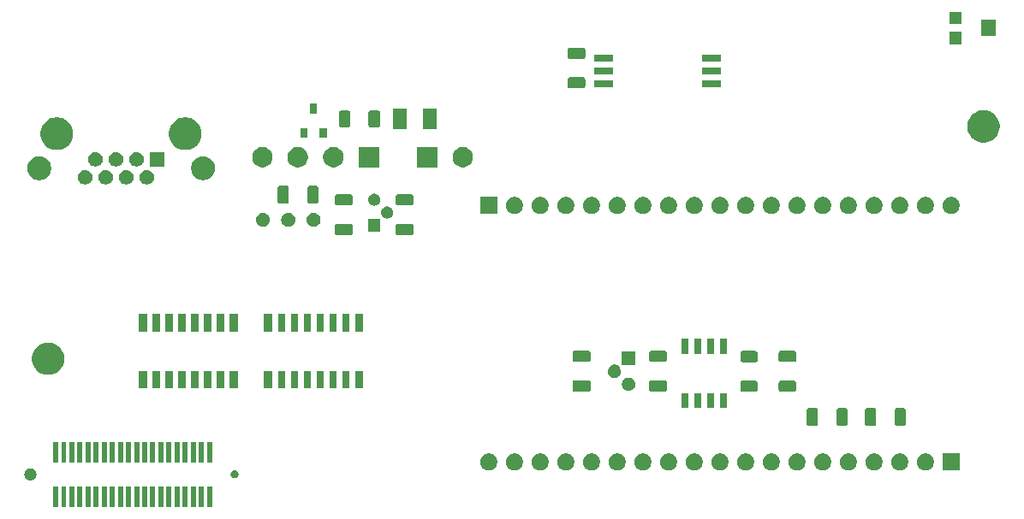
<source format=gts>
%TF.GenerationSoftware,KiCad,Pcbnew,9.0.1*%
%TF.CreationDate,2025-08-07T18:15:33+02:00*%
%TF.ProjectId,Hauptmodul,48617570-746d-46f6-9475-6c2e6b696361,rev?*%
%TF.SameCoordinates,Original*%
%TF.FileFunction,Soldermask,Top*%
%TF.FilePolarity,Negative*%
%FSLAX46Y46*%
G04 Gerber Fmt 4.6, Leading zero omitted, Abs format (unit mm)*
G04 Created by KiCad (PCBNEW 9.0.1) date 2025-08-07 18:15:33*
%MOMM*%
%LPD*%
G01*
G04 APERTURE LIST*
G04 APERTURE END LIST*
G36*
X104750000Y-98400000D02*
G01*
X104250000Y-98400000D01*
X104250000Y-96400000D01*
X104750000Y-96400000D01*
X104750000Y-98400000D01*
G37*
G36*
X105550000Y-98400000D02*
G01*
X105050000Y-98400000D01*
X105050000Y-96400000D01*
X105550000Y-96400000D01*
X105550000Y-98400000D01*
G37*
G36*
X106350000Y-98400000D02*
G01*
X105850000Y-98400000D01*
X105850000Y-96400000D01*
X106350000Y-96400000D01*
X106350000Y-98400000D01*
G37*
G36*
X107150000Y-98400000D02*
G01*
X106650000Y-98400000D01*
X106650000Y-96400000D01*
X107150000Y-96400000D01*
X107150000Y-98400000D01*
G37*
G36*
X107950000Y-98400000D02*
G01*
X107450000Y-98400000D01*
X107450000Y-96400000D01*
X107950000Y-96400000D01*
X107950000Y-98400000D01*
G37*
G36*
X108750000Y-98400000D02*
G01*
X108250000Y-98400000D01*
X108250000Y-96400000D01*
X108750000Y-96400000D01*
X108750000Y-98400000D01*
G37*
G36*
X109550000Y-98400000D02*
G01*
X109050000Y-98400000D01*
X109050000Y-96400000D01*
X109550000Y-96400000D01*
X109550000Y-98400000D01*
G37*
G36*
X110350000Y-98400000D02*
G01*
X109850000Y-98400000D01*
X109850000Y-96400000D01*
X110350000Y-96400000D01*
X110350000Y-98400000D01*
G37*
G36*
X111150000Y-98400000D02*
G01*
X110650000Y-98400000D01*
X110650000Y-96400000D01*
X111150000Y-96400000D01*
X111150000Y-98400000D01*
G37*
G36*
X111950000Y-98400000D02*
G01*
X111450000Y-98400000D01*
X111450000Y-96400000D01*
X111950000Y-96400000D01*
X111950000Y-98400000D01*
G37*
G36*
X112750000Y-98400000D02*
G01*
X112250000Y-98400000D01*
X112250000Y-96400000D01*
X112750000Y-96400000D01*
X112750000Y-98400000D01*
G37*
G36*
X113550000Y-98400000D02*
G01*
X113050000Y-98400000D01*
X113050000Y-96400000D01*
X113550000Y-96400000D01*
X113550000Y-98400000D01*
G37*
G36*
X114350000Y-98400000D02*
G01*
X113850000Y-98400000D01*
X113850000Y-96400000D01*
X114350000Y-96400000D01*
X114350000Y-98400000D01*
G37*
G36*
X115150000Y-98400000D02*
G01*
X114650000Y-98400000D01*
X114650000Y-96400000D01*
X115150000Y-96400000D01*
X115150000Y-98400000D01*
G37*
G36*
X115950000Y-98400000D02*
G01*
X115450000Y-98400000D01*
X115450000Y-96400000D01*
X115950000Y-96400000D01*
X115950000Y-98400000D01*
G37*
G36*
X116750000Y-98400000D02*
G01*
X116250000Y-98400000D01*
X116250000Y-96400000D01*
X116750000Y-96400000D01*
X116750000Y-98400000D01*
G37*
G36*
X117550000Y-98400000D02*
G01*
X117050000Y-98400000D01*
X117050000Y-96400000D01*
X117550000Y-96400000D01*
X117550000Y-98400000D01*
G37*
G36*
X118350000Y-98400000D02*
G01*
X117850000Y-98400000D01*
X117850000Y-96400000D01*
X118350000Y-96400000D01*
X118350000Y-98400000D01*
G37*
G36*
X119150000Y-98400000D02*
G01*
X118650000Y-98400000D01*
X118650000Y-96400000D01*
X119150000Y-96400000D01*
X119150000Y-98400000D01*
G37*
G36*
X119950000Y-98400000D02*
G01*
X119450000Y-98400000D01*
X119450000Y-96400000D01*
X119950000Y-96400000D01*
X119950000Y-98400000D01*
G37*
G36*
X102069471Y-94605133D02*
G01*
X102078316Y-94605133D01*
X102103794Y-94611960D01*
X102174137Y-94625951D01*
X102207342Y-94639705D01*
X102229610Y-94645672D01*
X102249576Y-94657199D01*
X102282779Y-94670953D01*
X102342414Y-94710799D01*
X102365257Y-94723988D01*
X102371509Y-94730240D01*
X102380559Y-94736287D01*
X102463712Y-94819440D01*
X102469758Y-94828489D01*
X102476012Y-94834743D01*
X102489202Y-94857589D01*
X102529046Y-94917220D01*
X102542797Y-94950419D01*
X102554328Y-94970390D01*
X102560295Y-94992661D01*
X102574048Y-95025862D01*
X102588039Y-95096202D01*
X102594867Y-95121684D01*
X102594867Y-95130528D01*
X102596990Y-95141202D01*
X102596990Y-95258797D01*
X102594867Y-95269470D01*
X102594867Y-95278316D01*
X102588038Y-95303800D01*
X102574048Y-95374137D01*
X102560296Y-95407335D01*
X102554328Y-95429610D01*
X102542796Y-95449583D01*
X102529046Y-95482779D01*
X102489206Y-95542403D01*
X102476012Y-95565257D01*
X102469756Y-95571512D01*
X102463712Y-95580559D01*
X102380559Y-95663712D01*
X102371512Y-95669756D01*
X102365257Y-95676012D01*
X102342403Y-95689206D01*
X102282779Y-95729046D01*
X102249583Y-95742796D01*
X102229610Y-95754328D01*
X102207335Y-95760296D01*
X102174137Y-95774048D01*
X102103800Y-95788038D01*
X102078316Y-95794867D01*
X102069470Y-95794867D01*
X102058797Y-95796990D01*
X101941203Y-95796990D01*
X101930530Y-95794867D01*
X101921684Y-95794867D01*
X101896200Y-95788038D01*
X101825862Y-95774048D01*
X101792661Y-95760295D01*
X101770390Y-95754328D01*
X101750419Y-95742797D01*
X101717220Y-95729046D01*
X101657589Y-95689202D01*
X101634743Y-95676012D01*
X101628489Y-95669758D01*
X101619440Y-95663712D01*
X101536287Y-95580559D01*
X101530240Y-95571509D01*
X101523988Y-95565257D01*
X101510799Y-95542414D01*
X101470953Y-95482779D01*
X101457199Y-95449576D01*
X101445672Y-95429610D01*
X101439705Y-95407342D01*
X101425951Y-95374137D01*
X101411960Y-95303794D01*
X101405133Y-95278316D01*
X101405133Y-95269470D01*
X101403010Y-95258797D01*
X101403010Y-95141202D01*
X101405133Y-95130528D01*
X101405133Y-95121684D01*
X101411959Y-95096207D01*
X101425951Y-95025862D01*
X101439706Y-94992654D01*
X101445672Y-94970390D01*
X101457198Y-94950425D01*
X101470953Y-94917220D01*
X101510804Y-94857578D01*
X101523988Y-94834743D01*
X101530238Y-94828492D01*
X101536287Y-94819440D01*
X101619440Y-94736287D01*
X101628492Y-94730238D01*
X101634743Y-94723988D01*
X101657578Y-94710804D01*
X101717220Y-94670953D01*
X101750425Y-94657198D01*
X101770390Y-94645672D01*
X101792654Y-94639706D01*
X101825862Y-94625951D01*
X101896206Y-94611959D01*
X101921684Y-94605133D01*
X101930529Y-94605133D01*
X101941203Y-94603010D01*
X102058797Y-94603010D01*
X102069471Y-94605133D01*
G37*
G36*
X122353073Y-94830448D02*
G01*
X122443505Y-94882659D01*
X122517341Y-94956495D01*
X122569552Y-95046927D01*
X122596578Y-95147790D01*
X122596578Y-95252210D01*
X122569552Y-95353073D01*
X122517341Y-95443505D01*
X122443505Y-95517341D01*
X122353073Y-95569552D01*
X122252210Y-95596578D01*
X122147790Y-95596578D01*
X122046927Y-95569552D01*
X121956495Y-95517341D01*
X121882659Y-95443505D01*
X121830448Y-95353073D01*
X121803422Y-95252210D01*
X121803422Y-95147790D01*
X121830448Y-95046927D01*
X121882659Y-94956495D01*
X121956495Y-94882659D01*
X122046927Y-94830448D01*
X122147790Y-94803422D01*
X122252210Y-94803422D01*
X122353073Y-94830448D01*
G37*
G36*
X193890000Y-94830000D02*
G01*
X192190000Y-94830000D01*
X192190000Y-93130000D01*
X193890000Y-93130000D01*
X193890000Y-94830000D01*
G37*
G36*
X147566742Y-93166601D02*
G01*
X147720687Y-93230367D01*
X147859234Y-93322941D01*
X147977059Y-93440766D01*
X148069633Y-93579313D01*
X148133399Y-93733258D01*
X148165907Y-93896685D01*
X148165907Y-94063315D01*
X148133399Y-94226742D01*
X148069633Y-94380687D01*
X147977059Y-94519234D01*
X147859234Y-94637059D01*
X147720687Y-94729633D01*
X147566742Y-94793399D01*
X147403315Y-94825907D01*
X147236685Y-94825907D01*
X147073258Y-94793399D01*
X146919313Y-94729633D01*
X146780766Y-94637059D01*
X146662941Y-94519234D01*
X146570367Y-94380687D01*
X146506601Y-94226742D01*
X146474093Y-94063315D01*
X146474093Y-93896685D01*
X146506601Y-93733258D01*
X146570367Y-93579313D01*
X146662941Y-93440766D01*
X146780766Y-93322941D01*
X146919313Y-93230367D01*
X147073258Y-93166601D01*
X147236685Y-93134093D01*
X147403315Y-93134093D01*
X147566742Y-93166601D01*
G37*
G36*
X150106742Y-93166601D02*
G01*
X150260687Y-93230367D01*
X150399234Y-93322941D01*
X150517059Y-93440766D01*
X150609633Y-93579313D01*
X150673399Y-93733258D01*
X150705907Y-93896685D01*
X150705907Y-94063315D01*
X150673399Y-94226742D01*
X150609633Y-94380687D01*
X150517059Y-94519234D01*
X150399234Y-94637059D01*
X150260687Y-94729633D01*
X150106742Y-94793399D01*
X149943315Y-94825907D01*
X149776685Y-94825907D01*
X149613258Y-94793399D01*
X149459313Y-94729633D01*
X149320766Y-94637059D01*
X149202941Y-94519234D01*
X149110367Y-94380687D01*
X149046601Y-94226742D01*
X149014093Y-94063315D01*
X149014093Y-93896685D01*
X149046601Y-93733258D01*
X149110367Y-93579313D01*
X149202941Y-93440766D01*
X149320766Y-93322941D01*
X149459313Y-93230367D01*
X149613258Y-93166601D01*
X149776685Y-93134093D01*
X149943315Y-93134093D01*
X150106742Y-93166601D01*
G37*
G36*
X152646742Y-93166601D02*
G01*
X152800687Y-93230367D01*
X152939234Y-93322941D01*
X153057059Y-93440766D01*
X153149633Y-93579313D01*
X153213399Y-93733258D01*
X153245907Y-93896685D01*
X153245907Y-94063315D01*
X153213399Y-94226742D01*
X153149633Y-94380687D01*
X153057059Y-94519234D01*
X152939234Y-94637059D01*
X152800687Y-94729633D01*
X152646742Y-94793399D01*
X152483315Y-94825907D01*
X152316685Y-94825907D01*
X152153258Y-94793399D01*
X151999313Y-94729633D01*
X151860766Y-94637059D01*
X151742941Y-94519234D01*
X151650367Y-94380687D01*
X151586601Y-94226742D01*
X151554093Y-94063315D01*
X151554093Y-93896685D01*
X151586601Y-93733258D01*
X151650367Y-93579313D01*
X151742941Y-93440766D01*
X151860766Y-93322941D01*
X151999313Y-93230367D01*
X152153258Y-93166601D01*
X152316685Y-93134093D01*
X152483315Y-93134093D01*
X152646742Y-93166601D01*
G37*
G36*
X155186742Y-93166601D02*
G01*
X155340687Y-93230367D01*
X155479234Y-93322941D01*
X155597059Y-93440766D01*
X155689633Y-93579313D01*
X155753399Y-93733258D01*
X155785907Y-93896685D01*
X155785907Y-94063315D01*
X155753399Y-94226742D01*
X155689633Y-94380687D01*
X155597059Y-94519234D01*
X155479234Y-94637059D01*
X155340687Y-94729633D01*
X155186742Y-94793399D01*
X155023315Y-94825907D01*
X154856685Y-94825907D01*
X154693258Y-94793399D01*
X154539313Y-94729633D01*
X154400766Y-94637059D01*
X154282941Y-94519234D01*
X154190367Y-94380687D01*
X154126601Y-94226742D01*
X154094093Y-94063315D01*
X154094093Y-93896685D01*
X154126601Y-93733258D01*
X154190367Y-93579313D01*
X154282941Y-93440766D01*
X154400766Y-93322941D01*
X154539313Y-93230367D01*
X154693258Y-93166601D01*
X154856685Y-93134093D01*
X155023315Y-93134093D01*
X155186742Y-93166601D01*
G37*
G36*
X157726742Y-93166601D02*
G01*
X157880687Y-93230367D01*
X158019234Y-93322941D01*
X158137059Y-93440766D01*
X158229633Y-93579313D01*
X158293399Y-93733258D01*
X158325907Y-93896685D01*
X158325907Y-94063315D01*
X158293399Y-94226742D01*
X158229633Y-94380687D01*
X158137059Y-94519234D01*
X158019234Y-94637059D01*
X157880687Y-94729633D01*
X157726742Y-94793399D01*
X157563315Y-94825907D01*
X157396685Y-94825907D01*
X157233258Y-94793399D01*
X157079313Y-94729633D01*
X156940766Y-94637059D01*
X156822941Y-94519234D01*
X156730367Y-94380687D01*
X156666601Y-94226742D01*
X156634093Y-94063315D01*
X156634093Y-93896685D01*
X156666601Y-93733258D01*
X156730367Y-93579313D01*
X156822941Y-93440766D01*
X156940766Y-93322941D01*
X157079313Y-93230367D01*
X157233258Y-93166601D01*
X157396685Y-93134093D01*
X157563315Y-93134093D01*
X157726742Y-93166601D01*
G37*
G36*
X160266742Y-93166601D02*
G01*
X160420687Y-93230367D01*
X160559234Y-93322941D01*
X160677059Y-93440766D01*
X160769633Y-93579313D01*
X160833399Y-93733258D01*
X160865907Y-93896685D01*
X160865907Y-94063315D01*
X160833399Y-94226742D01*
X160769633Y-94380687D01*
X160677059Y-94519234D01*
X160559234Y-94637059D01*
X160420687Y-94729633D01*
X160266742Y-94793399D01*
X160103315Y-94825907D01*
X159936685Y-94825907D01*
X159773258Y-94793399D01*
X159619313Y-94729633D01*
X159480766Y-94637059D01*
X159362941Y-94519234D01*
X159270367Y-94380687D01*
X159206601Y-94226742D01*
X159174093Y-94063315D01*
X159174093Y-93896685D01*
X159206601Y-93733258D01*
X159270367Y-93579313D01*
X159362941Y-93440766D01*
X159480766Y-93322941D01*
X159619313Y-93230367D01*
X159773258Y-93166601D01*
X159936685Y-93134093D01*
X160103315Y-93134093D01*
X160266742Y-93166601D01*
G37*
G36*
X162806742Y-93166601D02*
G01*
X162960687Y-93230367D01*
X163099234Y-93322941D01*
X163217059Y-93440766D01*
X163309633Y-93579313D01*
X163373399Y-93733258D01*
X163405907Y-93896685D01*
X163405907Y-94063315D01*
X163373399Y-94226742D01*
X163309633Y-94380687D01*
X163217059Y-94519234D01*
X163099234Y-94637059D01*
X162960687Y-94729633D01*
X162806742Y-94793399D01*
X162643315Y-94825907D01*
X162476685Y-94825907D01*
X162313258Y-94793399D01*
X162159313Y-94729633D01*
X162020766Y-94637059D01*
X161902941Y-94519234D01*
X161810367Y-94380687D01*
X161746601Y-94226742D01*
X161714093Y-94063315D01*
X161714093Y-93896685D01*
X161746601Y-93733258D01*
X161810367Y-93579313D01*
X161902941Y-93440766D01*
X162020766Y-93322941D01*
X162159313Y-93230367D01*
X162313258Y-93166601D01*
X162476685Y-93134093D01*
X162643315Y-93134093D01*
X162806742Y-93166601D01*
G37*
G36*
X165346742Y-93166601D02*
G01*
X165500687Y-93230367D01*
X165639234Y-93322941D01*
X165757059Y-93440766D01*
X165849633Y-93579313D01*
X165913399Y-93733258D01*
X165945907Y-93896685D01*
X165945907Y-94063315D01*
X165913399Y-94226742D01*
X165849633Y-94380687D01*
X165757059Y-94519234D01*
X165639234Y-94637059D01*
X165500687Y-94729633D01*
X165346742Y-94793399D01*
X165183315Y-94825907D01*
X165016685Y-94825907D01*
X164853258Y-94793399D01*
X164699313Y-94729633D01*
X164560766Y-94637059D01*
X164442941Y-94519234D01*
X164350367Y-94380687D01*
X164286601Y-94226742D01*
X164254093Y-94063315D01*
X164254093Y-93896685D01*
X164286601Y-93733258D01*
X164350367Y-93579313D01*
X164442941Y-93440766D01*
X164560766Y-93322941D01*
X164699313Y-93230367D01*
X164853258Y-93166601D01*
X165016685Y-93134093D01*
X165183315Y-93134093D01*
X165346742Y-93166601D01*
G37*
G36*
X167886742Y-93166601D02*
G01*
X168040687Y-93230367D01*
X168179234Y-93322941D01*
X168297059Y-93440766D01*
X168389633Y-93579313D01*
X168453399Y-93733258D01*
X168485907Y-93896685D01*
X168485907Y-94063315D01*
X168453399Y-94226742D01*
X168389633Y-94380687D01*
X168297059Y-94519234D01*
X168179234Y-94637059D01*
X168040687Y-94729633D01*
X167886742Y-94793399D01*
X167723315Y-94825907D01*
X167556685Y-94825907D01*
X167393258Y-94793399D01*
X167239313Y-94729633D01*
X167100766Y-94637059D01*
X166982941Y-94519234D01*
X166890367Y-94380687D01*
X166826601Y-94226742D01*
X166794093Y-94063315D01*
X166794093Y-93896685D01*
X166826601Y-93733258D01*
X166890367Y-93579313D01*
X166982941Y-93440766D01*
X167100766Y-93322941D01*
X167239313Y-93230367D01*
X167393258Y-93166601D01*
X167556685Y-93134093D01*
X167723315Y-93134093D01*
X167886742Y-93166601D01*
G37*
G36*
X170426742Y-93166601D02*
G01*
X170580687Y-93230367D01*
X170719234Y-93322941D01*
X170837059Y-93440766D01*
X170929633Y-93579313D01*
X170993399Y-93733258D01*
X171025907Y-93896685D01*
X171025907Y-94063315D01*
X170993399Y-94226742D01*
X170929633Y-94380687D01*
X170837059Y-94519234D01*
X170719234Y-94637059D01*
X170580687Y-94729633D01*
X170426742Y-94793399D01*
X170263315Y-94825907D01*
X170096685Y-94825907D01*
X169933258Y-94793399D01*
X169779313Y-94729633D01*
X169640766Y-94637059D01*
X169522941Y-94519234D01*
X169430367Y-94380687D01*
X169366601Y-94226742D01*
X169334093Y-94063315D01*
X169334093Y-93896685D01*
X169366601Y-93733258D01*
X169430367Y-93579313D01*
X169522941Y-93440766D01*
X169640766Y-93322941D01*
X169779313Y-93230367D01*
X169933258Y-93166601D01*
X170096685Y-93134093D01*
X170263315Y-93134093D01*
X170426742Y-93166601D01*
G37*
G36*
X172966742Y-93166601D02*
G01*
X173120687Y-93230367D01*
X173259234Y-93322941D01*
X173377059Y-93440766D01*
X173469633Y-93579313D01*
X173533399Y-93733258D01*
X173565907Y-93896685D01*
X173565907Y-94063315D01*
X173533399Y-94226742D01*
X173469633Y-94380687D01*
X173377059Y-94519234D01*
X173259234Y-94637059D01*
X173120687Y-94729633D01*
X172966742Y-94793399D01*
X172803315Y-94825907D01*
X172636685Y-94825907D01*
X172473258Y-94793399D01*
X172319313Y-94729633D01*
X172180766Y-94637059D01*
X172062941Y-94519234D01*
X171970367Y-94380687D01*
X171906601Y-94226742D01*
X171874093Y-94063315D01*
X171874093Y-93896685D01*
X171906601Y-93733258D01*
X171970367Y-93579313D01*
X172062941Y-93440766D01*
X172180766Y-93322941D01*
X172319313Y-93230367D01*
X172473258Y-93166601D01*
X172636685Y-93134093D01*
X172803315Y-93134093D01*
X172966742Y-93166601D01*
G37*
G36*
X175506742Y-93166601D02*
G01*
X175660687Y-93230367D01*
X175799234Y-93322941D01*
X175917059Y-93440766D01*
X176009633Y-93579313D01*
X176073399Y-93733258D01*
X176105907Y-93896685D01*
X176105907Y-94063315D01*
X176073399Y-94226742D01*
X176009633Y-94380687D01*
X175917059Y-94519234D01*
X175799234Y-94637059D01*
X175660687Y-94729633D01*
X175506742Y-94793399D01*
X175343315Y-94825907D01*
X175176685Y-94825907D01*
X175013258Y-94793399D01*
X174859313Y-94729633D01*
X174720766Y-94637059D01*
X174602941Y-94519234D01*
X174510367Y-94380687D01*
X174446601Y-94226742D01*
X174414093Y-94063315D01*
X174414093Y-93896685D01*
X174446601Y-93733258D01*
X174510367Y-93579313D01*
X174602941Y-93440766D01*
X174720766Y-93322941D01*
X174859313Y-93230367D01*
X175013258Y-93166601D01*
X175176685Y-93134093D01*
X175343315Y-93134093D01*
X175506742Y-93166601D01*
G37*
G36*
X178046742Y-93166601D02*
G01*
X178200687Y-93230367D01*
X178339234Y-93322941D01*
X178457059Y-93440766D01*
X178549633Y-93579313D01*
X178613399Y-93733258D01*
X178645907Y-93896685D01*
X178645907Y-94063315D01*
X178613399Y-94226742D01*
X178549633Y-94380687D01*
X178457059Y-94519234D01*
X178339234Y-94637059D01*
X178200687Y-94729633D01*
X178046742Y-94793399D01*
X177883315Y-94825907D01*
X177716685Y-94825907D01*
X177553258Y-94793399D01*
X177399313Y-94729633D01*
X177260766Y-94637059D01*
X177142941Y-94519234D01*
X177050367Y-94380687D01*
X176986601Y-94226742D01*
X176954093Y-94063315D01*
X176954093Y-93896685D01*
X176986601Y-93733258D01*
X177050367Y-93579313D01*
X177142941Y-93440766D01*
X177260766Y-93322941D01*
X177399313Y-93230367D01*
X177553258Y-93166601D01*
X177716685Y-93134093D01*
X177883315Y-93134093D01*
X178046742Y-93166601D01*
G37*
G36*
X180586742Y-93166601D02*
G01*
X180740687Y-93230367D01*
X180879234Y-93322941D01*
X180997059Y-93440766D01*
X181089633Y-93579313D01*
X181153399Y-93733258D01*
X181185907Y-93896685D01*
X181185907Y-94063315D01*
X181153399Y-94226742D01*
X181089633Y-94380687D01*
X180997059Y-94519234D01*
X180879234Y-94637059D01*
X180740687Y-94729633D01*
X180586742Y-94793399D01*
X180423315Y-94825907D01*
X180256685Y-94825907D01*
X180093258Y-94793399D01*
X179939313Y-94729633D01*
X179800766Y-94637059D01*
X179682941Y-94519234D01*
X179590367Y-94380687D01*
X179526601Y-94226742D01*
X179494093Y-94063315D01*
X179494093Y-93896685D01*
X179526601Y-93733258D01*
X179590367Y-93579313D01*
X179682941Y-93440766D01*
X179800766Y-93322941D01*
X179939313Y-93230367D01*
X180093258Y-93166601D01*
X180256685Y-93134093D01*
X180423315Y-93134093D01*
X180586742Y-93166601D01*
G37*
G36*
X183126742Y-93166601D02*
G01*
X183280687Y-93230367D01*
X183419234Y-93322941D01*
X183537059Y-93440766D01*
X183629633Y-93579313D01*
X183693399Y-93733258D01*
X183725907Y-93896685D01*
X183725907Y-94063315D01*
X183693399Y-94226742D01*
X183629633Y-94380687D01*
X183537059Y-94519234D01*
X183419234Y-94637059D01*
X183280687Y-94729633D01*
X183126742Y-94793399D01*
X182963315Y-94825907D01*
X182796685Y-94825907D01*
X182633258Y-94793399D01*
X182479313Y-94729633D01*
X182340766Y-94637059D01*
X182222941Y-94519234D01*
X182130367Y-94380687D01*
X182066601Y-94226742D01*
X182034093Y-94063315D01*
X182034093Y-93896685D01*
X182066601Y-93733258D01*
X182130367Y-93579313D01*
X182222941Y-93440766D01*
X182340766Y-93322941D01*
X182479313Y-93230367D01*
X182633258Y-93166601D01*
X182796685Y-93134093D01*
X182963315Y-93134093D01*
X183126742Y-93166601D01*
G37*
G36*
X185666742Y-93166601D02*
G01*
X185820687Y-93230367D01*
X185959234Y-93322941D01*
X186077059Y-93440766D01*
X186169633Y-93579313D01*
X186233399Y-93733258D01*
X186265907Y-93896685D01*
X186265907Y-94063315D01*
X186233399Y-94226742D01*
X186169633Y-94380687D01*
X186077059Y-94519234D01*
X185959234Y-94637059D01*
X185820687Y-94729633D01*
X185666742Y-94793399D01*
X185503315Y-94825907D01*
X185336685Y-94825907D01*
X185173258Y-94793399D01*
X185019313Y-94729633D01*
X184880766Y-94637059D01*
X184762941Y-94519234D01*
X184670367Y-94380687D01*
X184606601Y-94226742D01*
X184574093Y-94063315D01*
X184574093Y-93896685D01*
X184606601Y-93733258D01*
X184670367Y-93579313D01*
X184762941Y-93440766D01*
X184880766Y-93322941D01*
X185019313Y-93230367D01*
X185173258Y-93166601D01*
X185336685Y-93134093D01*
X185503315Y-93134093D01*
X185666742Y-93166601D01*
G37*
G36*
X188206742Y-93166601D02*
G01*
X188360687Y-93230367D01*
X188499234Y-93322941D01*
X188617059Y-93440766D01*
X188709633Y-93579313D01*
X188773399Y-93733258D01*
X188805907Y-93896685D01*
X188805907Y-94063315D01*
X188773399Y-94226742D01*
X188709633Y-94380687D01*
X188617059Y-94519234D01*
X188499234Y-94637059D01*
X188360687Y-94729633D01*
X188206742Y-94793399D01*
X188043315Y-94825907D01*
X187876685Y-94825907D01*
X187713258Y-94793399D01*
X187559313Y-94729633D01*
X187420766Y-94637059D01*
X187302941Y-94519234D01*
X187210367Y-94380687D01*
X187146601Y-94226742D01*
X187114093Y-94063315D01*
X187114093Y-93896685D01*
X187146601Y-93733258D01*
X187210367Y-93579313D01*
X187302941Y-93440766D01*
X187420766Y-93322941D01*
X187559313Y-93230367D01*
X187713258Y-93166601D01*
X187876685Y-93134093D01*
X188043315Y-93134093D01*
X188206742Y-93166601D01*
G37*
G36*
X190746742Y-93166601D02*
G01*
X190900687Y-93230367D01*
X191039234Y-93322941D01*
X191157059Y-93440766D01*
X191249633Y-93579313D01*
X191313399Y-93733258D01*
X191345907Y-93896685D01*
X191345907Y-94063315D01*
X191313399Y-94226742D01*
X191249633Y-94380687D01*
X191157059Y-94519234D01*
X191039234Y-94637059D01*
X190900687Y-94729633D01*
X190746742Y-94793399D01*
X190583315Y-94825907D01*
X190416685Y-94825907D01*
X190253258Y-94793399D01*
X190099313Y-94729633D01*
X189960766Y-94637059D01*
X189842941Y-94519234D01*
X189750367Y-94380687D01*
X189686601Y-94226742D01*
X189654093Y-94063315D01*
X189654093Y-93896685D01*
X189686601Y-93733258D01*
X189750367Y-93579313D01*
X189842941Y-93440766D01*
X189960766Y-93322941D01*
X190099313Y-93230367D01*
X190253258Y-93166601D01*
X190416685Y-93134093D01*
X190583315Y-93134093D01*
X190746742Y-93166601D01*
G37*
G36*
X104750000Y-94000000D02*
G01*
X104250000Y-94000000D01*
X104250000Y-92000000D01*
X104750000Y-92000000D01*
X104750000Y-94000000D01*
G37*
G36*
X105550000Y-94000000D02*
G01*
X105050000Y-94000000D01*
X105050000Y-92000000D01*
X105550000Y-92000000D01*
X105550000Y-94000000D01*
G37*
G36*
X106350000Y-94000000D02*
G01*
X105850000Y-94000000D01*
X105850000Y-92000000D01*
X106350000Y-92000000D01*
X106350000Y-94000000D01*
G37*
G36*
X107150000Y-94000000D02*
G01*
X106650000Y-94000000D01*
X106650000Y-92000000D01*
X107150000Y-92000000D01*
X107150000Y-94000000D01*
G37*
G36*
X107950000Y-94000000D02*
G01*
X107450000Y-94000000D01*
X107450000Y-92000000D01*
X107950000Y-92000000D01*
X107950000Y-94000000D01*
G37*
G36*
X108750000Y-94000000D02*
G01*
X108250000Y-94000000D01*
X108250000Y-92000000D01*
X108750000Y-92000000D01*
X108750000Y-94000000D01*
G37*
G36*
X109550000Y-94000000D02*
G01*
X109050000Y-94000000D01*
X109050000Y-92000000D01*
X109550000Y-92000000D01*
X109550000Y-94000000D01*
G37*
G36*
X110350000Y-94000000D02*
G01*
X109850000Y-94000000D01*
X109850000Y-92000000D01*
X110350000Y-92000000D01*
X110350000Y-94000000D01*
G37*
G36*
X111150000Y-94000000D02*
G01*
X110650000Y-94000000D01*
X110650000Y-92000000D01*
X111150000Y-92000000D01*
X111150000Y-94000000D01*
G37*
G36*
X111950000Y-94000000D02*
G01*
X111450000Y-94000000D01*
X111450000Y-92000000D01*
X111950000Y-92000000D01*
X111950000Y-94000000D01*
G37*
G36*
X112750000Y-94000000D02*
G01*
X112250000Y-94000000D01*
X112250000Y-92000000D01*
X112750000Y-92000000D01*
X112750000Y-94000000D01*
G37*
G36*
X113550000Y-94000000D02*
G01*
X113050000Y-94000000D01*
X113050000Y-92000000D01*
X113550000Y-92000000D01*
X113550000Y-94000000D01*
G37*
G36*
X114350000Y-94000000D02*
G01*
X113850000Y-94000000D01*
X113850000Y-92000000D01*
X114350000Y-92000000D01*
X114350000Y-94000000D01*
G37*
G36*
X115150000Y-94000000D02*
G01*
X114650000Y-94000000D01*
X114650000Y-92000000D01*
X115150000Y-92000000D01*
X115150000Y-94000000D01*
G37*
G36*
X115950000Y-94000000D02*
G01*
X115450000Y-94000000D01*
X115450000Y-92000000D01*
X115950000Y-92000000D01*
X115950000Y-94000000D01*
G37*
G36*
X116750000Y-94000000D02*
G01*
X116250000Y-94000000D01*
X116250000Y-92000000D01*
X116750000Y-92000000D01*
X116750000Y-94000000D01*
G37*
G36*
X117550000Y-94000000D02*
G01*
X117050000Y-94000000D01*
X117050000Y-92000000D01*
X117550000Y-92000000D01*
X117550000Y-94000000D01*
G37*
G36*
X118350000Y-94000000D02*
G01*
X117850000Y-94000000D01*
X117850000Y-92000000D01*
X118350000Y-92000000D01*
X118350000Y-94000000D01*
G37*
G36*
X119150000Y-94000000D02*
G01*
X118650000Y-94000000D01*
X118650000Y-92000000D01*
X119150000Y-92000000D01*
X119150000Y-94000000D01*
G37*
G36*
X119950000Y-94000000D02*
G01*
X119450000Y-94000000D01*
X119450000Y-92000000D01*
X119950000Y-92000000D01*
X119950000Y-94000000D01*
G37*
G36*
X179733171Y-88644030D02*
G01*
X179814277Y-88698223D01*
X179868470Y-88779329D01*
X179887500Y-88875000D01*
X179887500Y-90125000D01*
X179868470Y-90220671D01*
X179814277Y-90301777D01*
X179733171Y-90355970D01*
X179637500Y-90375000D01*
X179012500Y-90375000D01*
X178916829Y-90355970D01*
X178835723Y-90301777D01*
X178781530Y-90220671D01*
X178762500Y-90125000D01*
X178762500Y-88875000D01*
X178781530Y-88779329D01*
X178835723Y-88698223D01*
X178916829Y-88644030D01*
X179012500Y-88625000D01*
X179637500Y-88625000D01*
X179733171Y-88644030D01*
G37*
G36*
X182658171Y-88644030D02*
G01*
X182739277Y-88698223D01*
X182793470Y-88779329D01*
X182812500Y-88875000D01*
X182812500Y-90125000D01*
X182793470Y-90220671D01*
X182739277Y-90301777D01*
X182658171Y-90355970D01*
X182562500Y-90375000D01*
X181937500Y-90375000D01*
X181841829Y-90355970D01*
X181760723Y-90301777D01*
X181706530Y-90220671D01*
X181687500Y-90125000D01*
X181687500Y-88875000D01*
X181706530Y-88779329D01*
X181760723Y-88698223D01*
X181841829Y-88644030D01*
X181937500Y-88625000D01*
X182562500Y-88625000D01*
X182658171Y-88644030D01*
G37*
G36*
X185483171Y-88644030D02*
G01*
X185564277Y-88698223D01*
X185618470Y-88779329D01*
X185637500Y-88875000D01*
X185637500Y-90125000D01*
X185618470Y-90220671D01*
X185564277Y-90301777D01*
X185483171Y-90355970D01*
X185387500Y-90375000D01*
X184762500Y-90375000D01*
X184666829Y-90355970D01*
X184585723Y-90301777D01*
X184531530Y-90220671D01*
X184512500Y-90125000D01*
X184512500Y-88875000D01*
X184531530Y-88779329D01*
X184585723Y-88698223D01*
X184666829Y-88644030D01*
X184762500Y-88625000D01*
X185387500Y-88625000D01*
X185483171Y-88644030D01*
G37*
G36*
X188408171Y-88644030D02*
G01*
X188489277Y-88698223D01*
X188543470Y-88779329D01*
X188562500Y-88875000D01*
X188562500Y-90125000D01*
X188543470Y-90220671D01*
X188489277Y-90301777D01*
X188408171Y-90355970D01*
X188312500Y-90375000D01*
X187687500Y-90375000D01*
X187591829Y-90355970D01*
X187510723Y-90301777D01*
X187456530Y-90220671D01*
X187437500Y-90125000D01*
X187437500Y-88875000D01*
X187456530Y-88779329D01*
X187510723Y-88698223D01*
X187591829Y-88644030D01*
X187687500Y-88625000D01*
X188312500Y-88625000D01*
X188408171Y-88644030D01*
G37*
G36*
X167035000Y-88650000D02*
G01*
X166385000Y-88650000D01*
X166385000Y-87150000D01*
X167035000Y-87150000D01*
X167035000Y-88650000D01*
G37*
G36*
X168305000Y-88650000D02*
G01*
X167655000Y-88650000D01*
X167655000Y-87150000D01*
X168305000Y-87150000D01*
X168305000Y-88650000D01*
G37*
G36*
X169575000Y-88650000D02*
G01*
X168925000Y-88650000D01*
X168925000Y-87150000D01*
X169575000Y-87150000D01*
X169575000Y-88650000D01*
G37*
G36*
X170845000Y-88650000D02*
G01*
X170195000Y-88650000D01*
X170195000Y-87150000D01*
X170845000Y-87150000D01*
X170845000Y-88650000D01*
G37*
G36*
X157245671Y-85894030D02*
G01*
X157326777Y-85948223D01*
X157380970Y-86029329D01*
X157400000Y-86125000D01*
X157400000Y-86775000D01*
X157380970Y-86870671D01*
X157326777Y-86951777D01*
X157245671Y-87005970D01*
X157150000Y-87025000D01*
X155850000Y-87025000D01*
X155754329Y-87005970D01*
X155673223Y-86951777D01*
X155619030Y-86870671D01*
X155600000Y-86775000D01*
X155600000Y-86125000D01*
X155619030Y-86029329D01*
X155673223Y-85948223D01*
X155754329Y-85894030D01*
X155850000Y-85875000D01*
X157150000Y-85875000D01*
X157245671Y-85894030D01*
G37*
G36*
X164815671Y-85894030D02*
G01*
X164896777Y-85948223D01*
X164950970Y-86029329D01*
X164970000Y-86125000D01*
X164970000Y-86775000D01*
X164950970Y-86870671D01*
X164896777Y-86951777D01*
X164815671Y-87005970D01*
X164720000Y-87025000D01*
X163420000Y-87025000D01*
X163324329Y-87005970D01*
X163243223Y-86951777D01*
X163189030Y-86870671D01*
X163170000Y-86775000D01*
X163170000Y-86125000D01*
X163189030Y-86029329D01*
X163243223Y-85948223D01*
X163324329Y-85894030D01*
X163420000Y-85875000D01*
X164720000Y-85875000D01*
X164815671Y-85894030D01*
G37*
G36*
X173790671Y-85919030D02*
G01*
X173871777Y-85973223D01*
X173925970Y-86054329D01*
X173945000Y-86150000D01*
X173945000Y-86775000D01*
X173925970Y-86870671D01*
X173871777Y-86951777D01*
X173790671Y-87005970D01*
X173695000Y-87025000D01*
X172445000Y-87025000D01*
X172349329Y-87005970D01*
X172268223Y-86951777D01*
X172214030Y-86870671D01*
X172195000Y-86775000D01*
X172195000Y-86150000D01*
X172214030Y-86054329D01*
X172268223Y-85973223D01*
X172349329Y-85919030D01*
X172445000Y-85900000D01*
X173695000Y-85900000D01*
X173790671Y-85919030D01*
G37*
G36*
X177585671Y-85906530D02*
G01*
X177666777Y-85960723D01*
X177720970Y-86041829D01*
X177740000Y-86137500D01*
X177740000Y-86762500D01*
X177720970Y-86858171D01*
X177666777Y-86939277D01*
X177585671Y-86993470D01*
X177490000Y-87012500D01*
X176240000Y-87012500D01*
X176144329Y-86993470D01*
X176063223Y-86939277D01*
X176009030Y-86858171D01*
X175990000Y-86762500D01*
X175990000Y-86137500D01*
X176009030Y-86041829D01*
X176063223Y-85960723D01*
X176144329Y-85906530D01*
X176240000Y-85887500D01*
X177490000Y-85887500D01*
X177585671Y-85906530D01*
G37*
G36*
X161341588Y-85643419D02*
G01*
X161461122Y-85692932D01*
X161568700Y-85764813D01*
X161660187Y-85856300D01*
X161732068Y-85963878D01*
X161781581Y-86083412D01*
X161806822Y-86210309D01*
X161806822Y-86339691D01*
X161781581Y-86466588D01*
X161732068Y-86586122D01*
X161660187Y-86693700D01*
X161568700Y-86785187D01*
X161461122Y-86857068D01*
X161341588Y-86906581D01*
X161214691Y-86931822D01*
X161085309Y-86931822D01*
X160958412Y-86906581D01*
X160838878Y-86857068D01*
X160731300Y-86785187D01*
X160639813Y-86693700D01*
X160567932Y-86586122D01*
X160518419Y-86466588D01*
X160493178Y-86339691D01*
X160493178Y-86210309D01*
X160518419Y-86083412D01*
X160567932Y-85963878D01*
X160639813Y-85856300D01*
X160731300Y-85764813D01*
X160838878Y-85692932D01*
X160958412Y-85643419D01*
X161085309Y-85618178D01*
X161214691Y-85618178D01*
X161341588Y-85643419D01*
G37*
G36*
X113520000Y-86700000D02*
G01*
X112720000Y-86700000D01*
X112720000Y-84950000D01*
X113520000Y-84950000D01*
X113520000Y-86700000D01*
G37*
G36*
X114790000Y-86700000D02*
G01*
X114090000Y-86700000D01*
X114090000Y-84950000D01*
X114790000Y-84950000D01*
X114790000Y-86700000D01*
G37*
G36*
X116060000Y-86700000D02*
G01*
X115360000Y-86700000D01*
X115360000Y-84950000D01*
X116060000Y-84950000D01*
X116060000Y-86700000D01*
G37*
G36*
X117330000Y-86700000D02*
G01*
X116630000Y-86700000D01*
X116630000Y-84950000D01*
X117330000Y-84950000D01*
X117330000Y-86700000D01*
G37*
G36*
X118600000Y-86700000D02*
G01*
X117900000Y-86700000D01*
X117900000Y-84950000D01*
X118600000Y-84950000D01*
X118600000Y-86700000D01*
G37*
G36*
X119870000Y-86700000D02*
G01*
X119170000Y-86700000D01*
X119170000Y-84950000D01*
X119870000Y-84950000D01*
X119870000Y-86700000D01*
G37*
G36*
X121140000Y-86700000D02*
G01*
X120440000Y-86700000D01*
X120440000Y-84950000D01*
X121140000Y-84950000D01*
X121140000Y-86700000D01*
G37*
G36*
X122510000Y-86700000D02*
G01*
X121710000Y-86700000D01*
X121710000Y-84950000D01*
X122510000Y-84950000D01*
X122510000Y-86700000D01*
G37*
G36*
X125905000Y-86700000D02*
G01*
X125105000Y-86700000D01*
X125105000Y-84950000D01*
X125905000Y-84950000D01*
X125905000Y-86700000D01*
G37*
G36*
X127175000Y-86700000D02*
G01*
X126475000Y-86700000D01*
X126475000Y-84950000D01*
X127175000Y-84950000D01*
X127175000Y-86700000D01*
G37*
G36*
X128445000Y-86700000D02*
G01*
X127745000Y-86700000D01*
X127745000Y-84950000D01*
X128445000Y-84950000D01*
X128445000Y-86700000D01*
G37*
G36*
X129715000Y-86700000D02*
G01*
X129015000Y-86700000D01*
X129015000Y-84950000D01*
X129715000Y-84950000D01*
X129715000Y-86700000D01*
G37*
G36*
X130985000Y-86700000D02*
G01*
X130285000Y-86700000D01*
X130285000Y-84950000D01*
X130985000Y-84950000D01*
X130985000Y-86700000D01*
G37*
G36*
X132255000Y-86700000D02*
G01*
X131555000Y-86700000D01*
X131555000Y-84950000D01*
X132255000Y-84950000D01*
X132255000Y-86700000D01*
G37*
G36*
X133525000Y-86700000D02*
G01*
X132825000Y-86700000D01*
X132825000Y-84950000D01*
X133525000Y-84950000D01*
X133525000Y-86700000D01*
G37*
G36*
X134895000Y-86700000D02*
G01*
X134095000Y-86700000D01*
X134095000Y-84950000D01*
X134895000Y-84950000D01*
X134895000Y-86700000D01*
G37*
G36*
X159941588Y-84368419D02*
G01*
X160061122Y-84417932D01*
X160168700Y-84489813D01*
X160260187Y-84581300D01*
X160332068Y-84688878D01*
X160381581Y-84808412D01*
X160406822Y-84935309D01*
X160406822Y-85064691D01*
X160381581Y-85191588D01*
X160332068Y-85311122D01*
X160260187Y-85418700D01*
X160168700Y-85510187D01*
X160061122Y-85582068D01*
X159941588Y-85631581D01*
X159814691Y-85656822D01*
X159685309Y-85656822D01*
X159558412Y-85631581D01*
X159438878Y-85582068D01*
X159331300Y-85510187D01*
X159239813Y-85418700D01*
X159167932Y-85311122D01*
X159118419Y-85191588D01*
X159093178Y-85064691D01*
X159093178Y-84935309D01*
X159118419Y-84808412D01*
X159167932Y-84688878D01*
X159239813Y-84581300D01*
X159331300Y-84489813D01*
X159438878Y-84417932D01*
X159558412Y-84368419D01*
X159685309Y-84343178D01*
X159814691Y-84343178D01*
X159941588Y-84368419D01*
G37*
G36*
X104123513Y-82194208D02*
G01*
X104362293Y-82271793D01*
X104585998Y-82385776D01*
X104789117Y-82533350D01*
X104966650Y-82710883D01*
X105114224Y-82914002D01*
X105228207Y-83137707D01*
X105305792Y-83376487D01*
X105345068Y-83624465D01*
X105345068Y-83875535D01*
X105305792Y-84123513D01*
X105228207Y-84362293D01*
X105114224Y-84585998D01*
X104966650Y-84789117D01*
X104789117Y-84966650D01*
X104585998Y-85114224D01*
X104362293Y-85228207D01*
X104123513Y-85305792D01*
X103875535Y-85345068D01*
X103624465Y-85345068D01*
X103376487Y-85305792D01*
X103137707Y-85228207D01*
X102914002Y-85114224D01*
X102710883Y-84966650D01*
X102533350Y-84789117D01*
X102385776Y-84585998D01*
X102271793Y-84362293D01*
X102194208Y-84123513D01*
X102154932Y-83875535D01*
X102154932Y-83624465D01*
X102194208Y-83376487D01*
X102271793Y-83137707D01*
X102385776Y-82914002D01*
X102533350Y-82710883D01*
X102710883Y-82533350D01*
X102914002Y-82385776D01*
X103137707Y-82271793D01*
X103376487Y-82194208D01*
X103624465Y-82154932D01*
X103875535Y-82154932D01*
X104123513Y-82194208D01*
G37*
G36*
X161810000Y-84385000D02*
G01*
X160490000Y-84385000D01*
X160490000Y-83065000D01*
X161810000Y-83065000D01*
X161810000Y-84385000D01*
G37*
G36*
X173790671Y-82994030D02*
G01*
X173871777Y-83048223D01*
X173925970Y-83129329D01*
X173945000Y-83225000D01*
X173945000Y-83850000D01*
X173925970Y-83945671D01*
X173871777Y-84026777D01*
X173790671Y-84080970D01*
X173695000Y-84100000D01*
X172445000Y-84100000D01*
X172349329Y-84080970D01*
X172268223Y-84026777D01*
X172214030Y-83945671D01*
X172195000Y-83850000D01*
X172195000Y-83225000D01*
X172214030Y-83129329D01*
X172268223Y-83048223D01*
X172349329Y-82994030D01*
X172445000Y-82975000D01*
X173695000Y-82975000D01*
X173790671Y-82994030D01*
G37*
G36*
X177585671Y-82981530D02*
G01*
X177666777Y-83035723D01*
X177720970Y-83116829D01*
X177740000Y-83212500D01*
X177740000Y-83837500D01*
X177720970Y-83933171D01*
X177666777Y-84014277D01*
X177585671Y-84068470D01*
X177490000Y-84087500D01*
X176240000Y-84087500D01*
X176144329Y-84068470D01*
X176063223Y-84014277D01*
X176009030Y-83933171D01*
X175990000Y-83837500D01*
X175990000Y-83212500D01*
X176009030Y-83116829D01*
X176063223Y-83035723D01*
X176144329Y-82981530D01*
X176240000Y-82962500D01*
X177490000Y-82962500D01*
X177585671Y-82981530D01*
G37*
G36*
X157245671Y-82944030D02*
G01*
X157326777Y-82998223D01*
X157380970Y-83079329D01*
X157400000Y-83175000D01*
X157400000Y-83825000D01*
X157380970Y-83920671D01*
X157326777Y-84001777D01*
X157245671Y-84055970D01*
X157150000Y-84075000D01*
X155850000Y-84075000D01*
X155754329Y-84055970D01*
X155673223Y-84001777D01*
X155619030Y-83920671D01*
X155600000Y-83825000D01*
X155600000Y-83175000D01*
X155619030Y-83079329D01*
X155673223Y-82998223D01*
X155754329Y-82944030D01*
X155850000Y-82925000D01*
X157150000Y-82925000D01*
X157245671Y-82944030D01*
G37*
G36*
X164815671Y-82944030D02*
G01*
X164896777Y-82998223D01*
X164950970Y-83079329D01*
X164970000Y-83175000D01*
X164970000Y-83825000D01*
X164950970Y-83920671D01*
X164896777Y-84001777D01*
X164815671Y-84055970D01*
X164720000Y-84075000D01*
X163420000Y-84075000D01*
X163324329Y-84055970D01*
X163243223Y-84001777D01*
X163189030Y-83920671D01*
X163170000Y-83825000D01*
X163170000Y-83175000D01*
X163189030Y-83079329D01*
X163243223Y-82998223D01*
X163324329Y-82944030D01*
X163420000Y-82925000D01*
X164720000Y-82925000D01*
X164815671Y-82944030D01*
G37*
G36*
X167035000Y-83250000D02*
G01*
X166385000Y-83250000D01*
X166385000Y-81750000D01*
X167035000Y-81750000D01*
X167035000Y-83250000D01*
G37*
G36*
X168305000Y-83250000D02*
G01*
X167655000Y-83250000D01*
X167655000Y-81750000D01*
X168305000Y-81750000D01*
X168305000Y-83250000D01*
G37*
G36*
X169575000Y-83250000D02*
G01*
X168925000Y-83250000D01*
X168925000Y-81750000D01*
X169575000Y-81750000D01*
X169575000Y-83250000D01*
G37*
G36*
X170845000Y-83250000D02*
G01*
X170195000Y-83250000D01*
X170195000Y-81750000D01*
X170845000Y-81750000D01*
X170845000Y-83250000D01*
G37*
G36*
X113520000Y-81050000D02*
G01*
X112720000Y-81050000D01*
X112720000Y-79300000D01*
X113520000Y-79300000D01*
X113520000Y-81050000D01*
G37*
G36*
X114790000Y-81050000D02*
G01*
X114090000Y-81050000D01*
X114090000Y-79300000D01*
X114790000Y-79300000D01*
X114790000Y-81050000D01*
G37*
G36*
X116060000Y-81050000D02*
G01*
X115360000Y-81050000D01*
X115360000Y-79300000D01*
X116060000Y-79300000D01*
X116060000Y-81050000D01*
G37*
G36*
X117330000Y-81050000D02*
G01*
X116630000Y-81050000D01*
X116630000Y-79300000D01*
X117330000Y-79300000D01*
X117330000Y-81050000D01*
G37*
G36*
X118600000Y-81050000D02*
G01*
X117900000Y-81050000D01*
X117900000Y-79300000D01*
X118600000Y-79300000D01*
X118600000Y-81050000D01*
G37*
G36*
X119870000Y-81050000D02*
G01*
X119170000Y-81050000D01*
X119170000Y-79300000D01*
X119870000Y-79300000D01*
X119870000Y-81050000D01*
G37*
G36*
X121140000Y-81050000D02*
G01*
X120440000Y-81050000D01*
X120440000Y-79300000D01*
X121140000Y-79300000D01*
X121140000Y-81050000D01*
G37*
G36*
X122510000Y-81050000D02*
G01*
X121710000Y-81050000D01*
X121710000Y-79300000D01*
X122510000Y-79300000D01*
X122510000Y-81050000D01*
G37*
G36*
X125905000Y-81050000D02*
G01*
X125105000Y-81050000D01*
X125105000Y-79300000D01*
X125905000Y-79300000D01*
X125905000Y-81050000D01*
G37*
G36*
X127175000Y-81050000D02*
G01*
X126475000Y-81050000D01*
X126475000Y-79300000D01*
X127175000Y-79300000D01*
X127175000Y-81050000D01*
G37*
G36*
X128445000Y-81050000D02*
G01*
X127745000Y-81050000D01*
X127745000Y-79300000D01*
X128445000Y-79300000D01*
X128445000Y-81050000D01*
G37*
G36*
X129715000Y-81050000D02*
G01*
X129015000Y-81050000D01*
X129015000Y-79300000D01*
X129715000Y-79300000D01*
X129715000Y-81050000D01*
G37*
G36*
X130985000Y-81050000D02*
G01*
X130285000Y-81050000D01*
X130285000Y-79300000D01*
X130985000Y-79300000D01*
X130985000Y-81050000D01*
G37*
G36*
X132255000Y-81050000D02*
G01*
X131555000Y-81050000D01*
X131555000Y-79300000D01*
X132255000Y-79300000D01*
X132255000Y-81050000D01*
G37*
G36*
X133525000Y-81050000D02*
G01*
X132825000Y-81050000D01*
X132825000Y-79300000D01*
X133525000Y-79300000D01*
X133525000Y-81050000D01*
G37*
G36*
X134895000Y-81050000D02*
G01*
X134095000Y-81050000D01*
X134095000Y-79300000D01*
X134895000Y-79300000D01*
X134895000Y-81050000D01*
G37*
G36*
X133745671Y-70394030D02*
G01*
X133826777Y-70448223D01*
X133880970Y-70529329D01*
X133900000Y-70625000D01*
X133900000Y-71275000D01*
X133880970Y-71370671D01*
X133826777Y-71451777D01*
X133745671Y-71505970D01*
X133650000Y-71525000D01*
X132350000Y-71525000D01*
X132254329Y-71505970D01*
X132173223Y-71451777D01*
X132119030Y-71370671D01*
X132100000Y-71275000D01*
X132100000Y-70625000D01*
X132119030Y-70529329D01*
X132173223Y-70448223D01*
X132254329Y-70394030D01*
X132350000Y-70375000D01*
X133650000Y-70375000D01*
X133745671Y-70394030D01*
G37*
G36*
X139745671Y-70394030D02*
G01*
X139826777Y-70448223D01*
X139880970Y-70529329D01*
X139900000Y-70625000D01*
X139900000Y-71275000D01*
X139880970Y-71370671D01*
X139826777Y-71451777D01*
X139745671Y-71505970D01*
X139650000Y-71525000D01*
X138350000Y-71525000D01*
X138254329Y-71505970D01*
X138173223Y-71451777D01*
X138119030Y-71370671D01*
X138100000Y-71275000D01*
X138100000Y-70625000D01*
X138119030Y-70529329D01*
X138173223Y-70448223D01*
X138254329Y-70394030D01*
X138350000Y-70375000D01*
X139650000Y-70375000D01*
X139745671Y-70394030D01*
G37*
G36*
X136600000Y-71140000D02*
G01*
X135400000Y-71140000D01*
X135400000Y-69940000D01*
X136600000Y-69940000D01*
X136600000Y-71140000D01*
G37*
G36*
X125203199Y-69330142D02*
G01*
X125329978Y-69382655D01*
X125444075Y-69458893D01*
X125541107Y-69555925D01*
X125617345Y-69670022D01*
X125669858Y-69796801D01*
X125696629Y-69931388D01*
X125696629Y-70068612D01*
X125669858Y-70203199D01*
X125617345Y-70329978D01*
X125541107Y-70444075D01*
X125444075Y-70541107D01*
X125329978Y-70617345D01*
X125203199Y-70669858D01*
X125068612Y-70696629D01*
X124931388Y-70696629D01*
X124796801Y-70669858D01*
X124670022Y-70617345D01*
X124555925Y-70541107D01*
X124458893Y-70444075D01*
X124382655Y-70329978D01*
X124330142Y-70203199D01*
X124303371Y-70068612D01*
X124303371Y-69931388D01*
X124330142Y-69796801D01*
X124382655Y-69670022D01*
X124458893Y-69555925D01*
X124555925Y-69458893D01*
X124670022Y-69382655D01*
X124796801Y-69330142D01*
X124931388Y-69303371D01*
X125068612Y-69303371D01*
X125203199Y-69330142D01*
G37*
G36*
X127703199Y-69330142D02*
G01*
X127829978Y-69382655D01*
X127944075Y-69458893D01*
X128041107Y-69555925D01*
X128117345Y-69670022D01*
X128169858Y-69796801D01*
X128196629Y-69931388D01*
X128196629Y-70068612D01*
X128169858Y-70203199D01*
X128117345Y-70329978D01*
X128041107Y-70444075D01*
X127944075Y-70541107D01*
X127829978Y-70617345D01*
X127703199Y-70669858D01*
X127568612Y-70696629D01*
X127431388Y-70696629D01*
X127296801Y-70669858D01*
X127170022Y-70617345D01*
X127055925Y-70541107D01*
X126958893Y-70444075D01*
X126882655Y-70329978D01*
X126830142Y-70203199D01*
X126803371Y-70068612D01*
X126803371Y-69931388D01*
X126830142Y-69796801D01*
X126882655Y-69670022D01*
X126958893Y-69555925D01*
X127055925Y-69458893D01*
X127170022Y-69382655D01*
X127296801Y-69330142D01*
X127431388Y-69303371D01*
X127568612Y-69303371D01*
X127703199Y-69330142D01*
G37*
G36*
X130203199Y-69330142D02*
G01*
X130329978Y-69382655D01*
X130444075Y-69458893D01*
X130541107Y-69555925D01*
X130617345Y-69670022D01*
X130669858Y-69796801D01*
X130696629Y-69931388D01*
X130696629Y-70068612D01*
X130669858Y-70203199D01*
X130617345Y-70329978D01*
X130541107Y-70444075D01*
X130444075Y-70541107D01*
X130329978Y-70617345D01*
X130203199Y-70669858D01*
X130068612Y-70696629D01*
X129931388Y-70696629D01*
X129796801Y-70669858D01*
X129670022Y-70617345D01*
X129555925Y-70541107D01*
X129458893Y-70444075D01*
X129382655Y-70329978D01*
X129330142Y-70203199D01*
X129303371Y-70068612D01*
X129303371Y-69931388D01*
X129330142Y-69796801D01*
X129382655Y-69670022D01*
X129458893Y-69555925D01*
X129555925Y-69458893D01*
X129670022Y-69382655D01*
X129796801Y-69330142D01*
X129931388Y-69303371D01*
X130068612Y-69303371D01*
X130203199Y-69330142D01*
G37*
G36*
X137339471Y-68675133D02*
G01*
X137348316Y-68675133D01*
X137373794Y-68681960D01*
X137444137Y-68695951D01*
X137477342Y-68709705D01*
X137499610Y-68715672D01*
X137519576Y-68727199D01*
X137552779Y-68740953D01*
X137612414Y-68780799D01*
X137635257Y-68793988D01*
X137641509Y-68800240D01*
X137650559Y-68806287D01*
X137733712Y-68889440D01*
X137739758Y-68898489D01*
X137746012Y-68904743D01*
X137759202Y-68927589D01*
X137799046Y-68987220D01*
X137812797Y-69020419D01*
X137824328Y-69040390D01*
X137830295Y-69062661D01*
X137844048Y-69095862D01*
X137858039Y-69166202D01*
X137864867Y-69191684D01*
X137864867Y-69200528D01*
X137866990Y-69211202D01*
X137866990Y-69328797D01*
X137864867Y-69339470D01*
X137864867Y-69348316D01*
X137858038Y-69373800D01*
X137844048Y-69444137D01*
X137830296Y-69477335D01*
X137824328Y-69499610D01*
X137812796Y-69519583D01*
X137799046Y-69552779D01*
X137759206Y-69612403D01*
X137746012Y-69635257D01*
X137739756Y-69641512D01*
X137733712Y-69650559D01*
X137650559Y-69733712D01*
X137641512Y-69739756D01*
X137635257Y-69746012D01*
X137612403Y-69759206D01*
X137552779Y-69799046D01*
X137519583Y-69812796D01*
X137499610Y-69824328D01*
X137477335Y-69830296D01*
X137444137Y-69844048D01*
X137373800Y-69858038D01*
X137348316Y-69864867D01*
X137339470Y-69864867D01*
X137328797Y-69866990D01*
X137211203Y-69866990D01*
X137200530Y-69864867D01*
X137191684Y-69864867D01*
X137166200Y-69858038D01*
X137095862Y-69844048D01*
X137062661Y-69830295D01*
X137040390Y-69824328D01*
X137020419Y-69812797D01*
X136987220Y-69799046D01*
X136927589Y-69759202D01*
X136904743Y-69746012D01*
X136898489Y-69739758D01*
X136889440Y-69733712D01*
X136806287Y-69650559D01*
X136800240Y-69641509D01*
X136793988Y-69635257D01*
X136780799Y-69612414D01*
X136740953Y-69552779D01*
X136727199Y-69519576D01*
X136715672Y-69499610D01*
X136709705Y-69477342D01*
X136695951Y-69444137D01*
X136681960Y-69373794D01*
X136675133Y-69348316D01*
X136675133Y-69339470D01*
X136673010Y-69328797D01*
X136673010Y-69211202D01*
X136675133Y-69200528D01*
X136675133Y-69191684D01*
X136681959Y-69166207D01*
X136695951Y-69095862D01*
X136709706Y-69062654D01*
X136715672Y-69040390D01*
X136727198Y-69020425D01*
X136740953Y-68987220D01*
X136780804Y-68927578D01*
X136793988Y-68904743D01*
X136800238Y-68898492D01*
X136806287Y-68889440D01*
X136889440Y-68806287D01*
X136898492Y-68800238D01*
X136904743Y-68793988D01*
X136927578Y-68780804D01*
X136987220Y-68740953D01*
X137020425Y-68727198D01*
X137040390Y-68715672D01*
X137062654Y-68709706D01*
X137095862Y-68695951D01*
X137166206Y-68681959D01*
X137191684Y-68675133D01*
X137200529Y-68675133D01*
X137211203Y-68673010D01*
X137328797Y-68673010D01*
X137339471Y-68675133D01*
G37*
G36*
X148170000Y-69430000D02*
G01*
X146470000Y-69430000D01*
X146470000Y-67730000D01*
X148170000Y-67730000D01*
X148170000Y-69430000D01*
G37*
G36*
X150106742Y-67766601D02*
G01*
X150260687Y-67830367D01*
X150399234Y-67922941D01*
X150517059Y-68040766D01*
X150609633Y-68179313D01*
X150673399Y-68333258D01*
X150705907Y-68496685D01*
X150705907Y-68663315D01*
X150673399Y-68826742D01*
X150609633Y-68980687D01*
X150517059Y-69119234D01*
X150399234Y-69237059D01*
X150260687Y-69329633D01*
X150106742Y-69393399D01*
X149943315Y-69425907D01*
X149776685Y-69425907D01*
X149613258Y-69393399D01*
X149459313Y-69329633D01*
X149320766Y-69237059D01*
X149202941Y-69119234D01*
X149110367Y-68980687D01*
X149046601Y-68826742D01*
X149014093Y-68663315D01*
X149014093Y-68496685D01*
X149046601Y-68333258D01*
X149110367Y-68179313D01*
X149202941Y-68040766D01*
X149320766Y-67922941D01*
X149459313Y-67830367D01*
X149613258Y-67766601D01*
X149776685Y-67734093D01*
X149943315Y-67734093D01*
X150106742Y-67766601D01*
G37*
G36*
X152646742Y-67766601D02*
G01*
X152800687Y-67830367D01*
X152939234Y-67922941D01*
X153057059Y-68040766D01*
X153149633Y-68179313D01*
X153213399Y-68333258D01*
X153245907Y-68496685D01*
X153245907Y-68663315D01*
X153213399Y-68826742D01*
X153149633Y-68980687D01*
X153057059Y-69119234D01*
X152939234Y-69237059D01*
X152800687Y-69329633D01*
X152646742Y-69393399D01*
X152483315Y-69425907D01*
X152316685Y-69425907D01*
X152153258Y-69393399D01*
X151999313Y-69329633D01*
X151860766Y-69237059D01*
X151742941Y-69119234D01*
X151650367Y-68980687D01*
X151586601Y-68826742D01*
X151554093Y-68663315D01*
X151554093Y-68496685D01*
X151586601Y-68333258D01*
X151650367Y-68179313D01*
X151742941Y-68040766D01*
X151860766Y-67922941D01*
X151999313Y-67830367D01*
X152153258Y-67766601D01*
X152316685Y-67734093D01*
X152483315Y-67734093D01*
X152646742Y-67766601D01*
G37*
G36*
X155186742Y-67766601D02*
G01*
X155340687Y-67830367D01*
X155479234Y-67922941D01*
X155597059Y-68040766D01*
X155689633Y-68179313D01*
X155753399Y-68333258D01*
X155785907Y-68496685D01*
X155785907Y-68663315D01*
X155753399Y-68826742D01*
X155689633Y-68980687D01*
X155597059Y-69119234D01*
X155479234Y-69237059D01*
X155340687Y-69329633D01*
X155186742Y-69393399D01*
X155023315Y-69425907D01*
X154856685Y-69425907D01*
X154693258Y-69393399D01*
X154539313Y-69329633D01*
X154400766Y-69237059D01*
X154282941Y-69119234D01*
X154190367Y-68980687D01*
X154126601Y-68826742D01*
X154094093Y-68663315D01*
X154094093Y-68496685D01*
X154126601Y-68333258D01*
X154190367Y-68179313D01*
X154282941Y-68040766D01*
X154400766Y-67922941D01*
X154539313Y-67830367D01*
X154693258Y-67766601D01*
X154856685Y-67734093D01*
X155023315Y-67734093D01*
X155186742Y-67766601D01*
G37*
G36*
X157726742Y-67766601D02*
G01*
X157880687Y-67830367D01*
X158019234Y-67922941D01*
X158137059Y-68040766D01*
X158229633Y-68179313D01*
X158293399Y-68333258D01*
X158325907Y-68496685D01*
X158325907Y-68663315D01*
X158293399Y-68826742D01*
X158229633Y-68980687D01*
X158137059Y-69119234D01*
X158019234Y-69237059D01*
X157880687Y-69329633D01*
X157726742Y-69393399D01*
X157563315Y-69425907D01*
X157396685Y-69425907D01*
X157233258Y-69393399D01*
X157079313Y-69329633D01*
X156940766Y-69237059D01*
X156822941Y-69119234D01*
X156730367Y-68980687D01*
X156666601Y-68826742D01*
X156634093Y-68663315D01*
X156634093Y-68496685D01*
X156666601Y-68333258D01*
X156730367Y-68179313D01*
X156822941Y-68040766D01*
X156940766Y-67922941D01*
X157079313Y-67830367D01*
X157233258Y-67766601D01*
X157396685Y-67734093D01*
X157563315Y-67734093D01*
X157726742Y-67766601D01*
G37*
G36*
X160266742Y-67766601D02*
G01*
X160420687Y-67830367D01*
X160559234Y-67922941D01*
X160677059Y-68040766D01*
X160769633Y-68179313D01*
X160833399Y-68333258D01*
X160865907Y-68496685D01*
X160865907Y-68663315D01*
X160833399Y-68826742D01*
X160769633Y-68980687D01*
X160677059Y-69119234D01*
X160559234Y-69237059D01*
X160420687Y-69329633D01*
X160266742Y-69393399D01*
X160103315Y-69425907D01*
X159936685Y-69425907D01*
X159773258Y-69393399D01*
X159619313Y-69329633D01*
X159480766Y-69237059D01*
X159362941Y-69119234D01*
X159270367Y-68980687D01*
X159206601Y-68826742D01*
X159174093Y-68663315D01*
X159174093Y-68496685D01*
X159206601Y-68333258D01*
X159270367Y-68179313D01*
X159362941Y-68040766D01*
X159480766Y-67922941D01*
X159619313Y-67830367D01*
X159773258Y-67766601D01*
X159936685Y-67734093D01*
X160103315Y-67734093D01*
X160266742Y-67766601D01*
G37*
G36*
X162806742Y-67766601D02*
G01*
X162960687Y-67830367D01*
X163099234Y-67922941D01*
X163217059Y-68040766D01*
X163309633Y-68179313D01*
X163373399Y-68333258D01*
X163405907Y-68496685D01*
X163405907Y-68663315D01*
X163373399Y-68826742D01*
X163309633Y-68980687D01*
X163217059Y-69119234D01*
X163099234Y-69237059D01*
X162960687Y-69329633D01*
X162806742Y-69393399D01*
X162643315Y-69425907D01*
X162476685Y-69425907D01*
X162313258Y-69393399D01*
X162159313Y-69329633D01*
X162020766Y-69237059D01*
X161902941Y-69119234D01*
X161810367Y-68980687D01*
X161746601Y-68826742D01*
X161714093Y-68663315D01*
X161714093Y-68496685D01*
X161746601Y-68333258D01*
X161810367Y-68179313D01*
X161902941Y-68040766D01*
X162020766Y-67922941D01*
X162159313Y-67830367D01*
X162313258Y-67766601D01*
X162476685Y-67734093D01*
X162643315Y-67734093D01*
X162806742Y-67766601D01*
G37*
G36*
X165346742Y-67766601D02*
G01*
X165500687Y-67830367D01*
X165639234Y-67922941D01*
X165757059Y-68040766D01*
X165849633Y-68179313D01*
X165913399Y-68333258D01*
X165945907Y-68496685D01*
X165945907Y-68663315D01*
X165913399Y-68826742D01*
X165849633Y-68980687D01*
X165757059Y-69119234D01*
X165639234Y-69237059D01*
X165500687Y-69329633D01*
X165346742Y-69393399D01*
X165183315Y-69425907D01*
X165016685Y-69425907D01*
X164853258Y-69393399D01*
X164699313Y-69329633D01*
X164560766Y-69237059D01*
X164442941Y-69119234D01*
X164350367Y-68980687D01*
X164286601Y-68826742D01*
X164254093Y-68663315D01*
X164254093Y-68496685D01*
X164286601Y-68333258D01*
X164350367Y-68179313D01*
X164442941Y-68040766D01*
X164560766Y-67922941D01*
X164699313Y-67830367D01*
X164853258Y-67766601D01*
X165016685Y-67734093D01*
X165183315Y-67734093D01*
X165346742Y-67766601D01*
G37*
G36*
X167886742Y-67766601D02*
G01*
X168040687Y-67830367D01*
X168179234Y-67922941D01*
X168297059Y-68040766D01*
X168389633Y-68179313D01*
X168453399Y-68333258D01*
X168485907Y-68496685D01*
X168485907Y-68663315D01*
X168453399Y-68826742D01*
X168389633Y-68980687D01*
X168297059Y-69119234D01*
X168179234Y-69237059D01*
X168040687Y-69329633D01*
X167886742Y-69393399D01*
X167723315Y-69425907D01*
X167556685Y-69425907D01*
X167393258Y-69393399D01*
X167239313Y-69329633D01*
X167100766Y-69237059D01*
X166982941Y-69119234D01*
X166890367Y-68980687D01*
X166826601Y-68826742D01*
X166794093Y-68663315D01*
X166794093Y-68496685D01*
X166826601Y-68333258D01*
X166890367Y-68179313D01*
X166982941Y-68040766D01*
X167100766Y-67922941D01*
X167239313Y-67830367D01*
X167393258Y-67766601D01*
X167556685Y-67734093D01*
X167723315Y-67734093D01*
X167886742Y-67766601D01*
G37*
G36*
X170426742Y-67766601D02*
G01*
X170580687Y-67830367D01*
X170719234Y-67922941D01*
X170837059Y-68040766D01*
X170929633Y-68179313D01*
X170993399Y-68333258D01*
X171025907Y-68496685D01*
X171025907Y-68663315D01*
X170993399Y-68826742D01*
X170929633Y-68980687D01*
X170837059Y-69119234D01*
X170719234Y-69237059D01*
X170580687Y-69329633D01*
X170426742Y-69393399D01*
X170263315Y-69425907D01*
X170096685Y-69425907D01*
X169933258Y-69393399D01*
X169779313Y-69329633D01*
X169640766Y-69237059D01*
X169522941Y-69119234D01*
X169430367Y-68980687D01*
X169366601Y-68826742D01*
X169334093Y-68663315D01*
X169334093Y-68496685D01*
X169366601Y-68333258D01*
X169430367Y-68179313D01*
X169522941Y-68040766D01*
X169640766Y-67922941D01*
X169779313Y-67830367D01*
X169933258Y-67766601D01*
X170096685Y-67734093D01*
X170263315Y-67734093D01*
X170426742Y-67766601D01*
G37*
G36*
X172966742Y-67766601D02*
G01*
X173120687Y-67830367D01*
X173259234Y-67922941D01*
X173377059Y-68040766D01*
X173469633Y-68179313D01*
X173533399Y-68333258D01*
X173565907Y-68496685D01*
X173565907Y-68663315D01*
X173533399Y-68826742D01*
X173469633Y-68980687D01*
X173377059Y-69119234D01*
X173259234Y-69237059D01*
X173120687Y-69329633D01*
X172966742Y-69393399D01*
X172803315Y-69425907D01*
X172636685Y-69425907D01*
X172473258Y-69393399D01*
X172319313Y-69329633D01*
X172180766Y-69237059D01*
X172062941Y-69119234D01*
X171970367Y-68980687D01*
X171906601Y-68826742D01*
X171874093Y-68663315D01*
X171874093Y-68496685D01*
X171906601Y-68333258D01*
X171970367Y-68179313D01*
X172062941Y-68040766D01*
X172180766Y-67922941D01*
X172319313Y-67830367D01*
X172473258Y-67766601D01*
X172636685Y-67734093D01*
X172803315Y-67734093D01*
X172966742Y-67766601D01*
G37*
G36*
X175506742Y-67766601D02*
G01*
X175660687Y-67830367D01*
X175799234Y-67922941D01*
X175917059Y-68040766D01*
X176009633Y-68179313D01*
X176073399Y-68333258D01*
X176105907Y-68496685D01*
X176105907Y-68663315D01*
X176073399Y-68826742D01*
X176009633Y-68980687D01*
X175917059Y-69119234D01*
X175799234Y-69237059D01*
X175660687Y-69329633D01*
X175506742Y-69393399D01*
X175343315Y-69425907D01*
X175176685Y-69425907D01*
X175013258Y-69393399D01*
X174859313Y-69329633D01*
X174720766Y-69237059D01*
X174602941Y-69119234D01*
X174510367Y-68980687D01*
X174446601Y-68826742D01*
X174414093Y-68663315D01*
X174414093Y-68496685D01*
X174446601Y-68333258D01*
X174510367Y-68179313D01*
X174602941Y-68040766D01*
X174720766Y-67922941D01*
X174859313Y-67830367D01*
X175013258Y-67766601D01*
X175176685Y-67734093D01*
X175343315Y-67734093D01*
X175506742Y-67766601D01*
G37*
G36*
X178046742Y-67766601D02*
G01*
X178200687Y-67830367D01*
X178339234Y-67922941D01*
X178457059Y-68040766D01*
X178549633Y-68179313D01*
X178613399Y-68333258D01*
X178645907Y-68496685D01*
X178645907Y-68663315D01*
X178613399Y-68826742D01*
X178549633Y-68980687D01*
X178457059Y-69119234D01*
X178339234Y-69237059D01*
X178200687Y-69329633D01*
X178046742Y-69393399D01*
X177883315Y-69425907D01*
X177716685Y-69425907D01*
X177553258Y-69393399D01*
X177399313Y-69329633D01*
X177260766Y-69237059D01*
X177142941Y-69119234D01*
X177050367Y-68980687D01*
X176986601Y-68826742D01*
X176954093Y-68663315D01*
X176954093Y-68496685D01*
X176986601Y-68333258D01*
X177050367Y-68179313D01*
X177142941Y-68040766D01*
X177260766Y-67922941D01*
X177399313Y-67830367D01*
X177553258Y-67766601D01*
X177716685Y-67734093D01*
X177883315Y-67734093D01*
X178046742Y-67766601D01*
G37*
G36*
X180586742Y-67766601D02*
G01*
X180740687Y-67830367D01*
X180879234Y-67922941D01*
X180997059Y-68040766D01*
X181089633Y-68179313D01*
X181153399Y-68333258D01*
X181185907Y-68496685D01*
X181185907Y-68663315D01*
X181153399Y-68826742D01*
X181089633Y-68980687D01*
X180997059Y-69119234D01*
X180879234Y-69237059D01*
X180740687Y-69329633D01*
X180586742Y-69393399D01*
X180423315Y-69425907D01*
X180256685Y-69425907D01*
X180093258Y-69393399D01*
X179939313Y-69329633D01*
X179800766Y-69237059D01*
X179682941Y-69119234D01*
X179590367Y-68980687D01*
X179526601Y-68826742D01*
X179494093Y-68663315D01*
X179494093Y-68496685D01*
X179526601Y-68333258D01*
X179590367Y-68179313D01*
X179682941Y-68040766D01*
X179800766Y-67922941D01*
X179939313Y-67830367D01*
X180093258Y-67766601D01*
X180256685Y-67734093D01*
X180423315Y-67734093D01*
X180586742Y-67766601D01*
G37*
G36*
X183126742Y-67766601D02*
G01*
X183280687Y-67830367D01*
X183419234Y-67922941D01*
X183537059Y-68040766D01*
X183629633Y-68179313D01*
X183693399Y-68333258D01*
X183725907Y-68496685D01*
X183725907Y-68663315D01*
X183693399Y-68826742D01*
X183629633Y-68980687D01*
X183537059Y-69119234D01*
X183419234Y-69237059D01*
X183280687Y-69329633D01*
X183126742Y-69393399D01*
X182963315Y-69425907D01*
X182796685Y-69425907D01*
X182633258Y-69393399D01*
X182479313Y-69329633D01*
X182340766Y-69237059D01*
X182222941Y-69119234D01*
X182130367Y-68980687D01*
X182066601Y-68826742D01*
X182034093Y-68663315D01*
X182034093Y-68496685D01*
X182066601Y-68333258D01*
X182130367Y-68179313D01*
X182222941Y-68040766D01*
X182340766Y-67922941D01*
X182479313Y-67830367D01*
X182633258Y-67766601D01*
X182796685Y-67734093D01*
X182963315Y-67734093D01*
X183126742Y-67766601D01*
G37*
G36*
X185666742Y-67766601D02*
G01*
X185820687Y-67830367D01*
X185959234Y-67922941D01*
X186077059Y-68040766D01*
X186169633Y-68179313D01*
X186233399Y-68333258D01*
X186265907Y-68496685D01*
X186265907Y-68663315D01*
X186233399Y-68826742D01*
X186169633Y-68980687D01*
X186077059Y-69119234D01*
X185959234Y-69237059D01*
X185820687Y-69329633D01*
X185666742Y-69393399D01*
X185503315Y-69425907D01*
X185336685Y-69425907D01*
X185173258Y-69393399D01*
X185019313Y-69329633D01*
X184880766Y-69237059D01*
X184762941Y-69119234D01*
X184670367Y-68980687D01*
X184606601Y-68826742D01*
X184574093Y-68663315D01*
X184574093Y-68496685D01*
X184606601Y-68333258D01*
X184670367Y-68179313D01*
X184762941Y-68040766D01*
X184880766Y-67922941D01*
X185019313Y-67830367D01*
X185173258Y-67766601D01*
X185336685Y-67734093D01*
X185503315Y-67734093D01*
X185666742Y-67766601D01*
G37*
G36*
X188206742Y-67766601D02*
G01*
X188360687Y-67830367D01*
X188499234Y-67922941D01*
X188617059Y-68040766D01*
X188709633Y-68179313D01*
X188773399Y-68333258D01*
X188805907Y-68496685D01*
X188805907Y-68663315D01*
X188773399Y-68826742D01*
X188709633Y-68980687D01*
X188617059Y-69119234D01*
X188499234Y-69237059D01*
X188360687Y-69329633D01*
X188206742Y-69393399D01*
X188043315Y-69425907D01*
X187876685Y-69425907D01*
X187713258Y-69393399D01*
X187559313Y-69329633D01*
X187420766Y-69237059D01*
X187302941Y-69119234D01*
X187210367Y-68980687D01*
X187146601Y-68826742D01*
X187114093Y-68663315D01*
X187114093Y-68496685D01*
X187146601Y-68333258D01*
X187210367Y-68179313D01*
X187302941Y-68040766D01*
X187420766Y-67922941D01*
X187559313Y-67830367D01*
X187713258Y-67766601D01*
X187876685Y-67734093D01*
X188043315Y-67734093D01*
X188206742Y-67766601D01*
G37*
G36*
X190746742Y-67766601D02*
G01*
X190900687Y-67830367D01*
X191039234Y-67922941D01*
X191157059Y-68040766D01*
X191249633Y-68179313D01*
X191313399Y-68333258D01*
X191345907Y-68496685D01*
X191345907Y-68663315D01*
X191313399Y-68826742D01*
X191249633Y-68980687D01*
X191157059Y-69119234D01*
X191039234Y-69237059D01*
X190900687Y-69329633D01*
X190746742Y-69393399D01*
X190583315Y-69425907D01*
X190416685Y-69425907D01*
X190253258Y-69393399D01*
X190099313Y-69329633D01*
X189960766Y-69237059D01*
X189842941Y-69119234D01*
X189750367Y-68980687D01*
X189686601Y-68826742D01*
X189654093Y-68663315D01*
X189654093Y-68496685D01*
X189686601Y-68333258D01*
X189750367Y-68179313D01*
X189842941Y-68040766D01*
X189960766Y-67922941D01*
X190099313Y-67830367D01*
X190253258Y-67766601D01*
X190416685Y-67734093D01*
X190583315Y-67734093D01*
X190746742Y-67766601D01*
G37*
G36*
X193286742Y-67766601D02*
G01*
X193440687Y-67830367D01*
X193579234Y-67922941D01*
X193697059Y-68040766D01*
X193789633Y-68179313D01*
X193853399Y-68333258D01*
X193885907Y-68496685D01*
X193885907Y-68663315D01*
X193853399Y-68826742D01*
X193789633Y-68980687D01*
X193697059Y-69119234D01*
X193579234Y-69237059D01*
X193440687Y-69329633D01*
X193286742Y-69393399D01*
X193123315Y-69425907D01*
X192956685Y-69425907D01*
X192793258Y-69393399D01*
X192639313Y-69329633D01*
X192500766Y-69237059D01*
X192382941Y-69119234D01*
X192290367Y-68980687D01*
X192226601Y-68826742D01*
X192194093Y-68663315D01*
X192194093Y-68496685D01*
X192226601Y-68333258D01*
X192290367Y-68179313D01*
X192382941Y-68040766D01*
X192500766Y-67922941D01*
X192639313Y-67830367D01*
X192793258Y-67766601D01*
X192956685Y-67734093D01*
X193123315Y-67734093D01*
X193286742Y-67766601D01*
G37*
G36*
X136069471Y-67405133D02*
G01*
X136078316Y-67405133D01*
X136103794Y-67411960D01*
X136174137Y-67425951D01*
X136207342Y-67439705D01*
X136229610Y-67445672D01*
X136249576Y-67457199D01*
X136282779Y-67470953D01*
X136342414Y-67510799D01*
X136365257Y-67523988D01*
X136371509Y-67530240D01*
X136380559Y-67536287D01*
X136463712Y-67619440D01*
X136469758Y-67628489D01*
X136476012Y-67634743D01*
X136489202Y-67657589D01*
X136529046Y-67717220D01*
X136542797Y-67750419D01*
X136554328Y-67770390D01*
X136560295Y-67792661D01*
X136574048Y-67825862D01*
X136588039Y-67896202D01*
X136594867Y-67921684D01*
X136594867Y-67930528D01*
X136596990Y-67941202D01*
X136596990Y-68058797D01*
X136594867Y-68069470D01*
X136594867Y-68078316D01*
X136588038Y-68103800D01*
X136574048Y-68174137D01*
X136560296Y-68207335D01*
X136554328Y-68229610D01*
X136542796Y-68249583D01*
X136529046Y-68282779D01*
X136489206Y-68342403D01*
X136476012Y-68365257D01*
X136469756Y-68371512D01*
X136463712Y-68380559D01*
X136380559Y-68463712D01*
X136371512Y-68469756D01*
X136365257Y-68476012D01*
X136342403Y-68489206D01*
X136282779Y-68529046D01*
X136249583Y-68542796D01*
X136229610Y-68554328D01*
X136207335Y-68560296D01*
X136174137Y-68574048D01*
X136103800Y-68588038D01*
X136078316Y-68594867D01*
X136069470Y-68594867D01*
X136058797Y-68596990D01*
X135941203Y-68596990D01*
X135930530Y-68594867D01*
X135921684Y-68594867D01*
X135896200Y-68588038D01*
X135825862Y-68574048D01*
X135792661Y-68560295D01*
X135770390Y-68554328D01*
X135750419Y-68542797D01*
X135717220Y-68529046D01*
X135657589Y-68489202D01*
X135634743Y-68476012D01*
X135628489Y-68469758D01*
X135619440Y-68463712D01*
X135536287Y-68380559D01*
X135530240Y-68371509D01*
X135523988Y-68365257D01*
X135510799Y-68342414D01*
X135470953Y-68282779D01*
X135457199Y-68249576D01*
X135445672Y-68229610D01*
X135439705Y-68207342D01*
X135425951Y-68174137D01*
X135411960Y-68103794D01*
X135405133Y-68078316D01*
X135405133Y-68069470D01*
X135403010Y-68058797D01*
X135403010Y-67941202D01*
X135405133Y-67930528D01*
X135405133Y-67921684D01*
X135411959Y-67896207D01*
X135425951Y-67825862D01*
X135439706Y-67792654D01*
X135445672Y-67770390D01*
X135457198Y-67750425D01*
X135470953Y-67717220D01*
X135510804Y-67657578D01*
X135523988Y-67634743D01*
X135530238Y-67628492D01*
X135536287Y-67619440D01*
X135619440Y-67536287D01*
X135628492Y-67530238D01*
X135634743Y-67523988D01*
X135657578Y-67510804D01*
X135717220Y-67470953D01*
X135750425Y-67457198D01*
X135770390Y-67445672D01*
X135792654Y-67439706D01*
X135825862Y-67425951D01*
X135896206Y-67411959D01*
X135921684Y-67405133D01*
X135930529Y-67405133D01*
X135941203Y-67403010D01*
X136058797Y-67403010D01*
X136069471Y-67405133D01*
G37*
G36*
X133745671Y-67444030D02*
G01*
X133826777Y-67498223D01*
X133880970Y-67579329D01*
X133900000Y-67675000D01*
X133900000Y-68325000D01*
X133880970Y-68420671D01*
X133826777Y-68501777D01*
X133745671Y-68555970D01*
X133650000Y-68575000D01*
X132350000Y-68575000D01*
X132254329Y-68555970D01*
X132173223Y-68501777D01*
X132119030Y-68420671D01*
X132100000Y-68325000D01*
X132100000Y-67675000D01*
X132119030Y-67579329D01*
X132173223Y-67498223D01*
X132254329Y-67444030D01*
X132350000Y-67425000D01*
X133650000Y-67425000D01*
X133745671Y-67444030D01*
G37*
G36*
X139745671Y-67444030D02*
G01*
X139826777Y-67498223D01*
X139880970Y-67579329D01*
X139900000Y-67675000D01*
X139900000Y-68325000D01*
X139880970Y-68420671D01*
X139826777Y-68501777D01*
X139745671Y-68555970D01*
X139650000Y-68575000D01*
X138350000Y-68575000D01*
X138254329Y-68555970D01*
X138173223Y-68501777D01*
X138119030Y-68420671D01*
X138100000Y-68325000D01*
X138100000Y-67675000D01*
X138119030Y-67579329D01*
X138173223Y-67498223D01*
X138254329Y-67444030D01*
X138350000Y-67425000D01*
X139650000Y-67425000D01*
X139745671Y-67444030D01*
G37*
G36*
X127408171Y-66644030D02*
G01*
X127489277Y-66698223D01*
X127543470Y-66779329D01*
X127562500Y-66875000D01*
X127562500Y-68125000D01*
X127543470Y-68220671D01*
X127489277Y-68301777D01*
X127408171Y-68355970D01*
X127312500Y-68375000D01*
X126687500Y-68375000D01*
X126591829Y-68355970D01*
X126510723Y-68301777D01*
X126456530Y-68220671D01*
X126437500Y-68125000D01*
X126437500Y-66875000D01*
X126456530Y-66779329D01*
X126510723Y-66698223D01*
X126591829Y-66644030D01*
X126687500Y-66625000D01*
X127312500Y-66625000D01*
X127408171Y-66644030D01*
G37*
G36*
X130333171Y-66644030D02*
G01*
X130414277Y-66698223D01*
X130468470Y-66779329D01*
X130487500Y-66875000D01*
X130487500Y-68125000D01*
X130468470Y-68220671D01*
X130414277Y-68301777D01*
X130333171Y-68355970D01*
X130237500Y-68375000D01*
X129612500Y-68375000D01*
X129516829Y-68355970D01*
X129435723Y-68301777D01*
X129381530Y-68220671D01*
X129362500Y-68125000D01*
X129362500Y-66875000D01*
X129381530Y-66779329D01*
X129435723Y-66698223D01*
X129516829Y-66644030D01*
X129612500Y-66625000D01*
X130237500Y-66625000D01*
X130333171Y-66644030D01*
G37*
G36*
X107614876Y-65088132D02*
G01*
X107745820Y-65142371D01*
X107863666Y-65221113D01*
X107963887Y-65321334D01*
X108042629Y-65439180D01*
X108096868Y-65570124D01*
X108124519Y-65709134D01*
X108124519Y-65850866D01*
X108096868Y-65989876D01*
X108042629Y-66120820D01*
X107963887Y-66238666D01*
X107863666Y-66338887D01*
X107745820Y-66417629D01*
X107614876Y-66471868D01*
X107475866Y-66499519D01*
X107334134Y-66499519D01*
X107195124Y-66471868D01*
X107064180Y-66417629D01*
X106946334Y-66338887D01*
X106846113Y-66238666D01*
X106767371Y-66120820D01*
X106713132Y-65989876D01*
X106685481Y-65850866D01*
X106685481Y-65709134D01*
X106713132Y-65570124D01*
X106767371Y-65439180D01*
X106846113Y-65321334D01*
X106946334Y-65221113D01*
X107064180Y-65142371D01*
X107195124Y-65088132D01*
X107334134Y-65060481D01*
X107475866Y-65060481D01*
X107614876Y-65088132D01*
G37*
G36*
X109644876Y-65088132D02*
G01*
X109775820Y-65142371D01*
X109893666Y-65221113D01*
X109993887Y-65321334D01*
X110072629Y-65439180D01*
X110126868Y-65570124D01*
X110154519Y-65709134D01*
X110154519Y-65850866D01*
X110126868Y-65989876D01*
X110072629Y-66120820D01*
X109993887Y-66238666D01*
X109893666Y-66338887D01*
X109775820Y-66417629D01*
X109644876Y-66471868D01*
X109505866Y-66499519D01*
X109364134Y-66499519D01*
X109225124Y-66471868D01*
X109094180Y-66417629D01*
X108976334Y-66338887D01*
X108876113Y-66238666D01*
X108797371Y-66120820D01*
X108743132Y-65989876D01*
X108715481Y-65850866D01*
X108715481Y-65709134D01*
X108743132Y-65570124D01*
X108797371Y-65439180D01*
X108876113Y-65321334D01*
X108976334Y-65221113D01*
X109094180Y-65142371D01*
X109225124Y-65088132D01*
X109364134Y-65060481D01*
X109505866Y-65060481D01*
X109644876Y-65088132D01*
G37*
G36*
X111679876Y-65088132D02*
G01*
X111810820Y-65142371D01*
X111928666Y-65221113D01*
X112028887Y-65321334D01*
X112107629Y-65439180D01*
X112161868Y-65570124D01*
X112189519Y-65709134D01*
X112189519Y-65850866D01*
X112161868Y-65989876D01*
X112107629Y-66120820D01*
X112028887Y-66238666D01*
X111928666Y-66338887D01*
X111810820Y-66417629D01*
X111679876Y-66471868D01*
X111540866Y-66499519D01*
X111399134Y-66499519D01*
X111260124Y-66471868D01*
X111129180Y-66417629D01*
X111011334Y-66338887D01*
X110911113Y-66238666D01*
X110832371Y-66120820D01*
X110778132Y-65989876D01*
X110750481Y-65850866D01*
X110750481Y-65709134D01*
X110778132Y-65570124D01*
X110832371Y-65439180D01*
X110911113Y-65321334D01*
X111011334Y-65221113D01*
X111129180Y-65142371D01*
X111260124Y-65088132D01*
X111399134Y-65060481D01*
X111540866Y-65060481D01*
X111679876Y-65088132D01*
G37*
G36*
X113709876Y-65088132D02*
G01*
X113840820Y-65142371D01*
X113958666Y-65221113D01*
X114058887Y-65321334D01*
X114137629Y-65439180D01*
X114191868Y-65570124D01*
X114219519Y-65709134D01*
X114219519Y-65850866D01*
X114191868Y-65989876D01*
X114137629Y-66120820D01*
X114058887Y-66238666D01*
X113958666Y-66338887D01*
X113840820Y-66417629D01*
X113709876Y-66471868D01*
X113570866Y-66499519D01*
X113429134Y-66499519D01*
X113290124Y-66471868D01*
X113159180Y-66417629D01*
X113041334Y-66338887D01*
X112941113Y-66238666D01*
X112862371Y-66120820D01*
X112808132Y-65989876D01*
X112780481Y-65850866D01*
X112780481Y-65709134D01*
X112808132Y-65570124D01*
X112862371Y-65439180D01*
X112941113Y-65321334D01*
X113041334Y-65221113D01*
X113159180Y-65142371D01*
X113290124Y-65088132D01*
X113429134Y-65060481D01*
X113570866Y-65060481D01*
X113709876Y-65088132D01*
G37*
G36*
X103134882Y-63745034D02*
G01*
X103310610Y-63802132D01*
X103475242Y-63886016D01*
X103624725Y-63994622D01*
X103755378Y-64125275D01*
X103863984Y-64274758D01*
X103947868Y-64439390D01*
X104004966Y-64615118D01*
X104033870Y-64797614D01*
X104033870Y-64982386D01*
X104004966Y-65164882D01*
X103947868Y-65340610D01*
X103863984Y-65505242D01*
X103755378Y-65654725D01*
X103624725Y-65785378D01*
X103475242Y-65893984D01*
X103310610Y-65977868D01*
X103134882Y-66034966D01*
X102952386Y-66063870D01*
X102767614Y-66063870D01*
X102585118Y-66034966D01*
X102409390Y-65977868D01*
X102244758Y-65893984D01*
X102095275Y-65785378D01*
X101964622Y-65654725D01*
X101856016Y-65505242D01*
X101772132Y-65340610D01*
X101715034Y-65164882D01*
X101686130Y-64982386D01*
X101686130Y-64797614D01*
X101715034Y-64615118D01*
X101772132Y-64439390D01*
X101856016Y-64274758D01*
X101964622Y-64125275D01*
X102095275Y-63994622D01*
X102244758Y-63886016D01*
X102409390Y-63802132D01*
X102585118Y-63745034D01*
X102767614Y-63716130D01*
X102952386Y-63716130D01*
X103134882Y-63745034D01*
G37*
G36*
X119334882Y-63745034D02*
G01*
X119510610Y-63802132D01*
X119675242Y-63886016D01*
X119824725Y-63994622D01*
X119955378Y-64125275D01*
X120063984Y-64274758D01*
X120147868Y-64439390D01*
X120204966Y-64615118D01*
X120233870Y-64797614D01*
X120233870Y-64982386D01*
X120204966Y-65164882D01*
X120147868Y-65340610D01*
X120063984Y-65505242D01*
X119955378Y-65654725D01*
X119824725Y-65785378D01*
X119675242Y-65893984D01*
X119510610Y-65977868D01*
X119334882Y-66034966D01*
X119152386Y-66063870D01*
X118967614Y-66063870D01*
X118785118Y-66034966D01*
X118609390Y-65977868D01*
X118444758Y-65893984D01*
X118295275Y-65785378D01*
X118164622Y-65654725D01*
X118056016Y-65505242D01*
X117972132Y-65340610D01*
X117915034Y-65164882D01*
X117886130Y-64982386D01*
X117886130Y-64797614D01*
X117915034Y-64615118D01*
X117972132Y-64439390D01*
X118056016Y-64274758D01*
X118164622Y-64125275D01*
X118295275Y-63994622D01*
X118444758Y-63886016D01*
X118609390Y-63802132D01*
X118785118Y-63745034D01*
X118967614Y-63716130D01*
X119152386Y-63716130D01*
X119334882Y-63745034D01*
G37*
G36*
X136462500Y-64817500D02*
G01*
X134437500Y-64817500D01*
X134437500Y-62792500D01*
X136462500Y-62792500D01*
X136462500Y-64817500D01*
G37*
G36*
X142262500Y-64817500D02*
G01*
X140237500Y-64817500D01*
X140237500Y-62792500D01*
X142262500Y-62792500D01*
X142262500Y-64817500D01*
G37*
G36*
X125243913Y-62836098D02*
G01*
X125427289Y-62912055D01*
X125592323Y-63022327D01*
X125732673Y-63162677D01*
X125842945Y-63327711D01*
X125918902Y-63511087D01*
X125957625Y-63705758D01*
X125957625Y-63904242D01*
X125918902Y-64098913D01*
X125842945Y-64282289D01*
X125732673Y-64447323D01*
X125592323Y-64587673D01*
X125427289Y-64697945D01*
X125243913Y-64773902D01*
X125049242Y-64812625D01*
X124850758Y-64812625D01*
X124656087Y-64773902D01*
X124472711Y-64697945D01*
X124307677Y-64587673D01*
X124167327Y-64447323D01*
X124057055Y-64282289D01*
X123981098Y-64098913D01*
X123942375Y-63904242D01*
X123942375Y-63705758D01*
X123981098Y-63511087D01*
X124057055Y-63327711D01*
X124167327Y-63162677D01*
X124307677Y-63022327D01*
X124472711Y-62912055D01*
X124656087Y-62836098D01*
X124850758Y-62797375D01*
X125049242Y-62797375D01*
X125243913Y-62836098D01*
G37*
G36*
X128743913Y-62836098D02*
G01*
X128927289Y-62912055D01*
X129092323Y-63022327D01*
X129232673Y-63162677D01*
X129342945Y-63327711D01*
X129418902Y-63511087D01*
X129457625Y-63705758D01*
X129457625Y-63904242D01*
X129418902Y-64098913D01*
X129342945Y-64282289D01*
X129232673Y-64447323D01*
X129092323Y-64587673D01*
X128927289Y-64697945D01*
X128743913Y-64773902D01*
X128549242Y-64812625D01*
X128350758Y-64812625D01*
X128156087Y-64773902D01*
X127972711Y-64697945D01*
X127807677Y-64587673D01*
X127667327Y-64447323D01*
X127557055Y-64282289D01*
X127481098Y-64098913D01*
X127442375Y-63904242D01*
X127442375Y-63705758D01*
X127481098Y-63511087D01*
X127557055Y-63327711D01*
X127667327Y-63162677D01*
X127807677Y-63022327D01*
X127972711Y-62912055D01*
X128156087Y-62836098D01*
X128350758Y-62797375D01*
X128549242Y-62797375D01*
X128743913Y-62836098D01*
G37*
G36*
X132243913Y-62836098D02*
G01*
X132427289Y-62912055D01*
X132592323Y-63022327D01*
X132732673Y-63162677D01*
X132842945Y-63327711D01*
X132918902Y-63511087D01*
X132957625Y-63705758D01*
X132957625Y-63904242D01*
X132918902Y-64098913D01*
X132842945Y-64282289D01*
X132732673Y-64447323D01*
X132592323Y-64587673D01*
X132427289Y-64697945D01*
X132243913Y-64773902D01*
X132049242Y-64812625D01*
X131850758Y-64812625D01*
X131656087Y-64773902D01*
X131472711Y-64697945D01*
X131307677Y-64587673D01*
X131167327Y-64447323D01*
X131057055Y-64282289D01*
X130981098Y-64098913D01*
X130942375Y-63904242D01*
X130942375Y-63705758D01*
X130981098Y-63511087D01*
X131057055Y-63327711D01*
X131167327Y-63162677D01*
X131307677Y-63022327D01*
X131472711Y-62912055D01*
X131656087Y-62836098D01*
X131850758Y-62797375D01*
X132049242Y-62797375D01*
X132243913Y-62836098D01*
G37*
G36*
X145043913Y-62836098D02*
G01*
X145227289Y-62912055D01*
X145392323Y-63022327D01*
X145532673Y-63162677D01*
X145642945Y-63327711D01*
X145718902Y-63511087D01*
X145757625Y-63705758D01*
X145757625Y-63904242D01*
X145718902Y-64098913D01*
X145642945Y-64282289D01*
X145532673Y-64447323D01*
X145392323Y-64587673D01*
X145227289Y-64697945D01*
X145043913Y-64773902D01*
X144849242Y-64812625D01*
X144650758Y-64812625D01*
X144456087Y-64773902D01*
X144272711Y-64697945D01*
X144107677Y-64587673D01*
X143967327Y-64447323D01*
X143857055Y-64282289D01*
X143781098Y-64098913D01*
X143742375Y-63904242D01*
X143742375Y-63705758D01*
X143781098Y-63511087D01*
X143857055Y-63327711D01*
X143967327Y-63162677D01*
X144107677Y-63022327D01*
X144272711Y-62912055D01*
X144456087Y-62836098D01*
X144650758Y-62797375D01*
X144849242Y-62797375D01*
X145043913Y-62836098D01*
G37*
G36*
X115238000Y-64723000D02*
G01*
X113792000Y-64723000D01*
X113792000Y-63277000D01*
X115238000Y-63277000D01*
X115238000Y-64723000D01*
G37*
G36*
X108629876Y-63308132D02*
G01*
X108760820Y-63362371D01*
X108878666Y-63441113D01*
X108978887Y-63541334D01*
X109057629Y-63659180D01*
X109111868Y-63790124D01*
X109139519Y-63929134D01*
X109139519Y-64070866D01*
X109111868Y-64209876D01*
X109057629Y-64340820D01*
X108978887Y-64458666D01*
X108878666Y-64558887D01*
X108760820Y-64637629D01*
X108629876Y-64691868D01*
X108490866Y-64719519D01*
X108349134Y-64719519D01*
X108210124Y-64691868D01*
X108079180Y-64637629D01*
X107961334Y-64558887D01*
X107861113Y-64458666D01*
X107782371Y-64340820D01*
X107728132Y-64209876D01*
X107700481Y-64070866D01*
X107700481Y-63929134D01*
X107728132Y-63790124D01*
X107782371Y-63659180D01*
X107861113Y-63541334D01*
X107961334Y-63441113D01*
X108079180Y-63362371D01*
X108210124Y-63308132D01*
X108349134Y-63280481D01*
X108490866Y-63280481D01*
X108629876Y-63308132D01*
G37*
G36*
X110659876Y-63308132D02*
G01*
X110790820Y-63362371D01*
X110908666Y-63441113D01*
X111008887Y-63541334D01*
X111087629Y-63659180D01*
X111141868Y-63790124D01*
X111169519Y-63929134D01*
X111169519Y-64070866D01*
X111141868Y-64209876D01*
X111087629Y-64340820D01*
X111008887Y-64458666D01*
X110908666Y-64558887D01*
X110790820Y-64637629D01*
X110659876Y-64691868D01*
X110520866Y-64719519D01*
X110379134Y-64719519D01*
X110240124Y-64691868D01*
X110109180Y-64637629D01*
X109991334Y-64558887D01*
X109891113Y-64458666D01*
X109812371Y-64340820D01*
X109758132Y-64209876D01*
X109730481Y-64070866D01*
X109730481Y-63929134D01*
X109758132Y-63790124D01*
X109812371Y-63659180D01*
X109891113Y-63541334D01*
X109991334Y-63441113D01*
X110109180Y-63362371D01*
X110240124Y-63308132D01*
X110379134Y-63280481D01*
X110520866Y-63280481D01*
X110659876Y-63308132D01*
G37*
G36*
X112694876Y-63308132D02*
G01*
X112825820Y-63362371D01*
X112943666Y-63441113D01*
X113043887Y-63541334D01*
X113122629Y-63659180D01*
X113176868Y-63790124D01*
X113204519Y-63929134D01*
X113204519Y-64070866D01*
X113176868Y-64209876D01*
X113122629Y-64340820D01*
X113043887Y-64458666D01*
X112943666Y-64558887D01*
X112825820Y-64637629D01*
X112694876Y-64691868D01*
X112555866Y-64719519D01*
X112414134Y-64719519D01*
X112275124Y-64691868D01*
X112144180Y-64637629D01*
X112026334Y-64558887D01*
X111926113Y-64458666D01*
X111847371Y-64340820D01*
X111793132Y-64209876D01*
X111765481Y-64070866D01*
X111765481Y-63929134D01*
X111793132Y-63790124D01*
X111847371Y-63659180D01*
X111926113Y-63541334D01*
X112026334Y-63441113D01*
X112144180Y-63362371D01*
X112275124Y-63308132D01*
X112414134Y-63280481D01*
X112555866Y-63280481D01*
X112694876Y-63308132D01*
G37*
G36*
X104989349Y-59879899D02*
G01*
X105231861Y-59958696D01*
X105459060Y-60074460D01*
X105665353Y-60224340D01*
X105845660Y-60404647D01*
X105995540Y-60610940D01*
X106111304Y-60838139D01*
X106190101Y-61080651D01*
X106229991Y-61332504D01*
X106229991Y-61587496D01*
X106190101Y-61839349D01*
X106111304Y-62081861D01*
X105995540Y-62309060D01*
X105845660Y-62515353D01*
X105665353Y-62695660D01*
X105459060Y-62845540D01*
X105231861Y-62961304D01*
X104989349Y-63040101D01*
X104737496Y-63079991D01*
X104482504Y-63079991D01*
X104230651Y-63040101D01*
X103988139Y-62961304D01*
X103760940Y-62845540D01*
X103554647Y-62695660D01*
X103374340Y-62515353D01*
X103224460Y-62309060D01*
X103108696Y-62081861D01*
X103029899Y-61839349D01*
X102990009Y-61587496D01*
X102990009Y-61332504D01*
X103029899Y-61080651D01*
X103108696Y-60838139D01*
X103224460Y-60610940D01*
X103374340Y-60404647D01*
X103554647Y-60224340D01*
X103760940Y-60074460D01*
X103988139Y-59958696D01*
X104230651Y-59879899D01*
X104482504Y-59840009D01*
X104737496Y-59840009D01*
X104989349Y-59879899D01*
G37*
G36*
X117689349Y-59879899D02*
G01*
X117931861Y-59958696D01*
X118159060Y-60074460D01*
X118365353Y-60224340D01*
X118545660Y-60404647D01*
X118695540Y-60610940D01*
X118811304Y-60838139D01*
X118890101Y-61080651D01*
X118929991Y-61332504D01*
X118929991Y-61587496D01*
X118890101Y-61839349D01*
X118811304Y-62081861D01*
X118695540Y-62309060D01*
X118545660Y-62515353D01*
X118365353Y-62695660D01*
X118159060Y-62845540D01*
X117931861Y-62961304D01*
X117689349Y-63040101D01*
X117437496Y-63079991D01*
X117182504Y-63079991D01*
X116930651Y-63040101D01*
X116688139Y-62961304D01*
X116460940Y-62845540D01*
X116254647Y-62695660D01*
X116074340Y-62515353D01*
X115924460Y-62309060D01*
X115808696Y-62081861D01*
X115729899Y-61839349D01*
X115690009Y-61587496D01*
X115690009Y-61332504D01*
X115729899Y-61080651D01*
X115808696Y-60838139D01*
X115924460Y-60610940D01*
X116074340Y-60404647D01*
X116254647Y-60224340D01*
X116460940Y-60074460D01*
X116688139Y-59958696D01*
X116930651Y-59879899D01*
X117182504Y-59840009D01*
X117437496Y-59840009D01*
X117689349Y-59879899D01*
G37*
G36*
X196623513Y-59194208D02*
G01*
X196862293Y-59271793D01*
X197085998Y-59385776D01*
X197289117Y-59533350D01*
X197466650Y-59710883D01*
X197614224Y-59914002D01*
X197728207Y-60137707D01*
X197805792Y-60376487D01*
X197845068Y-60624465D01*
X197845068Y-60875535D01*
X197805792Y-61123513D01*
X197728207Y-61362293D01*
X197614224Y-61585998D01*
X197466650Y-61789117D01*
X197289117Y-61966650D01*
X197085998Y-62114224D01*
X196862293Y-62228207D01*
X196623513Y-62305792D01*
X196375535Y-62345068D01*
X196124465Y-62345068D01*
X195876487Y-62305792D01*
X195637707Y-62228207D01*
X195414002Y-62114224D01*
X195210883Y-61966650D01*
X195033350Y-61789117D01*
X194885776Y-61585998D01*
X194771793Y-61362293D01*
X194694208Y-61123513D01*
X194654932Y-60875535D01*
X194654932Y-60624465D01*
X194694208Y-60376487D01*
X194771793Y-60137707D01*
X194885776Y-59914002D01*
X195033350Y-59710883D01*
X195210883Y-59533350D01*
X195414002Y-59385776D01*
X195637707Y-59271793D01*
X195876487Y-59194208D01*
X196124465Y-59154932D01*
X196375535Y-59154932D01*
X196623513Y-59194208D01*
G37*
G36*
X129400000Y-61905000D02*
G01*
X128700000Y-61905000D01*
X128700000Y-60905000D01*
X129400000Y-60905000D01*
X129400000Y-61905000D01*
G37*
G36*
X131300000Y-61905000D02*
G01*
X130600000Y-61905000D01*
X130600000Y-60905000D01*
X131300000Y-60905000D01*
X131300000Y-61905000D01*
G37*
G36*
X139175000Y-61050000D02*
G01*
X137825000Y-61050000D01*
X137825000Y-58950000D01*
X139175000Y-58950000D01*
X139175000Y-61050000D01*
G37*
G36*
X142175000Y-61050000D02*
G01*
X140825000Y-61050000D01*
X140825000Y-58950000D01*
X142175000Y-58950000D01*
X142175000Y-61050000D01*
G37*
G36*
X133483171Y-59144030D02*
G01*
X133564277Y-59198223D01*
X133618470Y-59279329D01*
X133637500Y-59375000D01*
X133637500Y-60625000D01*
X133618470Y-60720671D01*
X133564277Y-60801777D01*
X133483171Y-60855970D01*
X133387500Y-60875000D01*
X132762500Y-60875000D01*
X132666829Y-60855970D01*
X132585723Y-60801777D01*
X132531530Y-60720671D01*
X132512500Y-60625000D01*
X132512500Y-59375000D01*
X132531530Y-59279329D01*
X132585723Y-59198223D01*
X132666829Y-59144030D01*
X132762500Y-59125000D01*
X133387500Y-59125000D01*
X133483171Y-59144030D01*
G37*
G36*
X136408171Y-59144030D02*
G01*
X136489277Y-59198223D01*
X136543470Y-59279329D01*
X136562500Y-59375000D01*
X136562500Y-60625000D01*
X136543470Y-60720671D01*
X136489277Y-60801777D01*
X136408171Y-60855970D01*
X136312500Y-60875000D01*
X135687500Y-60875000D01*
X135591829Y-60855970D01*
X135510723Y-60801777D01*
X135456530Y-60720671D01*
X135437500Y-60625000D01*
X135437500Y-59375000D01*
X135456530Y-59279329D01*
X135510723Y-59198223D01*
X135591829Y-59144030D01*
X135687500Y-59125000D01*
X136312500Y-59125000D01*
X136408171Y-59144030D01*
G37*
G36*
X130350000Y-59505000D02*
G01*
X129650000Y-59505000D01*
X129650000Y-58505000D01*
X130350000Y-58505000D01*
X130350000Y-59505000D01*
G37*
G36*
X156720671Y-55881530D02*
G01*
X156801777Y-55935723D01*
X156855970Y-56016829D01*
X156875000Y-56112500D01*
X156875000Y-56737500D01*
X156855970Y-56833171D01*
X156801777Y-56914277D01*
X156720671Y-56968470D01*
X156625000Y-56987500D01*
X155375000Y-56987500D01*
X155279329Y-56968470D01*
X155198223Y-56914277D01*
X155144030Y-56833171D01*
X155125000Y-56737500D01*
X155125000Y-56112500D01*
X155144030Y-56016829D01*
X155198223Y-55935723D01*
X155279329Y-55881530D01*
X155375000Y-55862500D01*
X156625000Y-55862500D01*
X156720671Y-55881530D01*
G37*
G36*
X159575000Y-56865000D02*
G01*
X157725000Y-56865000D01*
X157725000Y-56215000D01*
X159575000Y-56215000D01*
X159575000Y-56865000D01*
G37*
G36*
X170275000Y-56865000D02*
G01*
X168425000Y-56865000D01*
X168425000Y-56215000D01*
X170275000Y-56215000D01*
X170275000Y-56865000D01*
G37*
G36*
X159575000Y-55595000D02*
G01*
X157725000Y-55595000D01*
X157725000Y-54945000D01*
X159575000Y-54945000D01*
X159575000Y-55595000D01*
G37*
G36*
X170275000Y-55595000D02*
G01*
X168425000Y-55595000D01*
X168425000Y-54945000D01*
X170275000Y-54945000D01*
X170275000Y-55595000D01*
G37*
G36*
X159575000Y-54325000D02*
G01*
X157725000Y-54325000D01*
X157725000Y-53675000D01*
X159575000Y-53675000D01*
X159575000Y-54325000D01*
G37*
G36*
X170275000Y-54325000D02*
G01*
X168425000Y-54325000D01*
X168425000Y-53675000D01*
X170275000Y-53675000D01*
X170275000Y-54325000D01*
G37*
G36*
X156720671Y-52956530D02*
G01*
X156801777Y-53010723D01*
X156855970Y-53091829D01*
X156875000Y-53187500D01*
X156875000Y-53812500D01*
X156855970Y-53908171D01*
X156801777Y-53989277D01*
X156720671Y-54043470D01*
X156625000Y-54062500D01*
X155375000Y-54062500D01*
X155279329Y-54043470D01*
X155198223Y-53989277D01*
X155144030Y-53908171D01*
X155125000Y-53812500D01*
X155125000Y-53187500D01*
X155144030Y-53091829D01*
X155198223Y-53010723D01*
X155279329Y-52956530D01*
X155375000Y-52937500D01*
X156625000Y-52937500D01*
X156720671Y-52956530D01*
G37*
G36*
X194100000Y-52600000D02*
G01*
X192900000Y-52600000D01*
X192900000Y-51400000D01*
X194100000Y-51400000D01*
X194100000Y-52600000D01*
G37*
G36*
X197500000Y-51800000D02*
G01*
X196000000Y-51800000D01*
X196000000Y-50200000D01*
X197500000Y-50200000D01*
X197500000Y-51800000D01*
G37*
G36*
X194100000Y-50600000D02*
G01*
X192900000Y-50600000D01*
X192900000Y-49400000D01*
X194100000Y-49400000D01*
X194100000Y-50600000D01*
G37*
M02*

</source>
